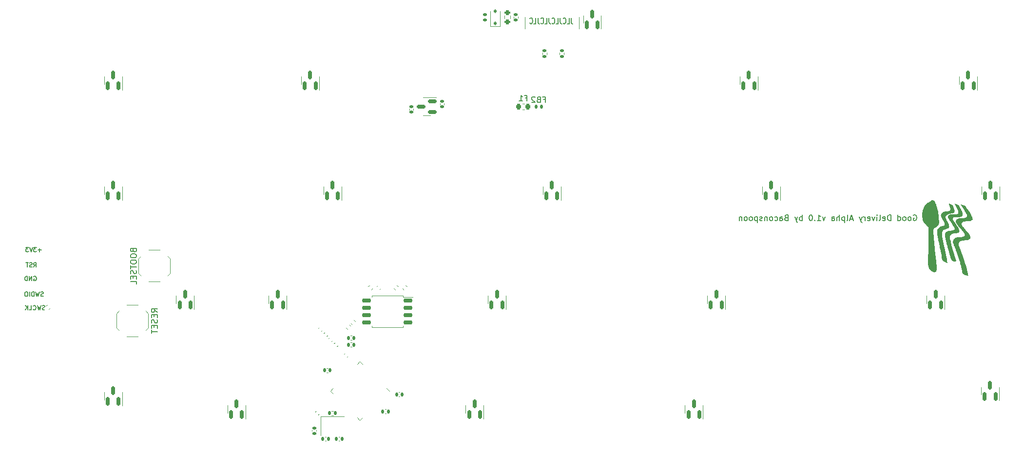
<source format=gbo>
%TF.GenerationSoftware,KiCad,Pcbnew,7.0.6*%
%TF.CreationDate,2023-10-22T23:34:03-04:00*%
%TF.ProjectId,good-delivery-alpha-stagger,676f6f64-2d64-4656-9c69-766572792d61,rev?*%
%TF.SameCoordinates,PX2d6b3a0PY7e9ae4e*%
%TF.FileFunction,Legend,Bot*%
%TF.FilePolarity,Positive*%
%FSLAX46Y46*%
G04 Gerber Fmt 4.6, Leading zero omitted, Abs format (unit mm)*
G04 Created by KiCad (PCBNEW 7.0.6) date 2023-10-22 23:34:03*
%MOMM*%
%LPD*%
G01*
G04 APERTURE LIST*
G04 Aperture macros list*
%AMRoundRect*
0 Rectangle with rounded corners*
0 $1 Rounding radius*
0 $2 $3 $4 $5 $6 $7 $8 $9 X,Y pos of 4 corners*
0 Add a 4 corners polygon primitive as box body*
4,1,4,$2,$3,$4,$5,$6,$7,$8,$9,$2,$3,0*
0 Add four circle primitives for the rounded corners*
1,1,$1+$1,$2,$3*
1,1,$1+$1,$4,$5*
1,1,$1+$1,$6,$7*
1,1,$1+$1,$8,$9*
0 Add four rect primitives between the rounded corners*
20,1,$1+$1,$2,$3,$4,$5,0*
20,1,$1+$1,$4,$5,$6,$7,0*
20,1,$1+$1,$6,$7,$8,$9,0*
20,1,$1+$1,$8,$9,$2,$3,0*%
%AMHorizOval*
0 Thick line with rounded ends*
0 $1 width*
0 $2 $3 position (X,Y) of the first rounded end (center of the circle)*
0 $4 $5 position (X,Y) of the second rounded end (center of the circle)*
0 Add line between two ends*
20,1,$1,$2,$3,$4,$5,0*
0 Add two circle primitives to create the rounded ends*
1,1,$1,$2,$3*
1,1,$1,$4,$5*%
%AMOutline5P*
0 Free polygon, 5 corners , with rotation*
0 The origin of the aperture is its center*
0 number of corners: always 5*
0 $1 to $10 corner X, Y*
0 $11 Rotation angle, in degrees counterclockwise*
0 create outline with 5 corners*
4,1,5,$1,$2,$3,$4,$5,$6,$7,$8,$9,$10,$1,$2,$11*%
%AMOutline6P*
0 Free polygon, 6 corners , with rotation*
0 The origin of the aperture is its center*
0 number of corners: always 6*
0 $1 to $12 corner X, Y*
0 $13 Rotation angle, in degrees counterclockwise*
0 create outline with 6 corners*
4,1,6,$1,$2,$3,$4,$5,$6,$7,$8,$9,$10,$11,$12,$1,$2,$13*%
%AMOutline7P*
0 Free polygon, 7 corners , with rotation*
0 The origin of the aperture is its center*
0 number of corners: always 7*
0 $1 to $14 corner X, Y*
0 $15 Rotation angle, in degrees counterclockwise*
0 create outline with 7 corners*
4,1,7,$1,$2,$3,$4,$5,$6,$7,$8,$9,$10,$11,$12,$13,$14,$1,$2,$15*%
%AMOutline8P*
0 Free polygon, 8 corners , with rotation*
0 The origin of the aperture is its center*
0 number of corners: always 8*
0 $1 to $16 corner X, Y*
0 $17 Rotation angle, in degrees counterclockwise*
0 create outline with 8 corners*
4,1,8,$1,$2,$3,$4,$5,$6,$7,$8,$9,$10,$11,$12,$13,$14,$15,$16,$1,$2,$17*%
G04 Aperture macros list end*
%ADD10C,0.150000*%
%ADD11C,0.153000*%
%ADD12C,0.120000*%
%ADD13C,1.750000*%
%ADD14C,3.000000*%
%ADD15C,3.987800*%
%ADD16R,2.550000X2.500000*%
%ADD17C,2.250000*%
%ADD18C,3.048000*%
%ADD19R,2.550000X2.250000*%
%ADD20HorizOval,2.250000X-0.020009X-0.290000X0.020009X0.290000X0*%
%ADD21HorizOval,2.250000X-0.655008X-0.729993X0.655008X0.729993X0*%
%ADD22Outline5P,-1.275000X1.250000X0.575000X1.250000X1.275000X0.550000X1.275000X-1.250000X-1.275000X-1.250000X0.000000*%
%ADD23R,1.700000X1.700000*%
%ADD24O,1.700000X1.700000*%
%ADD25RoundRect,0.135000X-0.226274X-0.035355X-0.035355X-0.226274X0.226274X0.035355X0.035355X0.226274X0*%
%ADD26RoundRect,0.135000X-0.185000X0.135000X-0.185000X-0.135000X0.185000X-0.135000X0.185000X0.135000X0*%
%ADD27RoundRect,0.140000X0.021213X-0.219203X0.219203X-0.021213X-0.021213X0.219203X-0.219203X0.021213X0*%
%ADD28C,0.650000*%
%ADD29R,0.600000X1.450000*%
%ADD30R,0.300000X1.450000*%
%ADD31O,1.000000X1.600000*%
%ADD32O,1.000000X2.100000*%
%ADD33RoundRect,0.140000X-0.170000X0.140000X-0.170000X-0.140000X0.170000X-0.140000X0.170000X0.140000X0*%
%ADD34RoundRect,0.150000X0.150000X-0.587500X0.150000X0.587500X-0.150000X0.587500X-0.150000X-0.587500X0*%
%ADD35RoundRect,0.140000X0.140000X0.170000X-0.140000X0.170000X-0.140000X-0.170000X0.140000X-0.170000X0*%
%ADD36RoundRect,0.150000X0.587500X0.150000X-0.587500X0.150000X-0.587500X-0.150000X0.587500X-0.150000X0*%
%ADD37RoundRect,0.200000X-0.275000X0.200000X-0.275000X-0.200000X0.275000X-0.200000X0.275000X0.200000X0*%
%ADD38RoundRect,0.218750X0.218750X0.256250X-0.218750X0.256250X-0.218750X-0.256250X0.218750X-0.256250X0*%
%ADD39RoundRect,0.140000X-0.140000X-0.170000X0.140000X-0.170000X0.140000X0.170000X-0.140000X0.170000X0*%
%ADD40RoundRect,0.140000X0.170000X-0.140000X0.170000X0.140000X-0.170000X0.140000X-0.170000X-0.140000X0*%
%ADD41RoundRect,0.050000X0.309359X-0.238649X-0.238649X0.309359X-0.309359X0.238649X0.238649X-0.309359X0*%
%ADD42RoundRect,0.050000X0.309359X0.238649X0.238649X0.309359X-0.309359X-0.238649X-0.238649X-0.309359X0*%
%ADD43RoundRect,0.144000X2.059095X0.000000X0.000000X2.059095X-2.059095X0.000000X0.000000X-2.059095X0*%
%ADD44RoundRect,0.135000X-0.035355X0.226274X-0.226274X0.035355X0.035355X-0.226274X0.226274X-0.035355X0*%
%ADD45R,1.000000X1.700000*%
%ADD46RoundRect,0.135000X0.035355X-0.226274X0.226274X-0.035355X-0.035355X0.226274X-0.226274X0.035355X0*%
%ADD47RoundRect,0.112500X0.112500X-0.187500X0.112500X0.187500X-0.112500X0.187500X-0.112500X-0.187500X0*%
%ADD48RoundRect,0.135000X-0.135000X-0.185000X0.135000X-0.185000X0.135000X0.185000X-0.135000X0.185000X0*%
%ADD49RoundRect,0.150000X0.650000X0.150000X-0.650000X0.150000X-0.650000X-0.150000X0.650000X-0.150000X0*%
%ADD50RoundRect,0.140000X-0.021213X0.219203X-0.219203X0.021213X0.021213X-0.219203X0.219203X-0.021213X0*%
%ADD51R,1.400000X1.200000*%
%ADD52RoundRect,0.147500X0.172500X-0.147500X0.172500X0.147500X-0.172500X0.147500X-0.172500X-0.147500X0*%
%ADD53RoundRect,0.147500X0.147500X0.172500X-0.147500X0.172500X-0.147500X-0.172500X0.147500X-0.172500X0*%
G04 APERTURE END LIST*
D10*
X6902226Y25733802D02*
X6795084Y25698088D01*
X6795084Y25698088D02*
X6616512Y25698088D01*
X6616512Y25698088D02*
X6545084Y25733802D01*
X6545084Y25733802D02*
X6509369Y25769517D01*
X6509369Y25769517D02*
X6473655Y25840945D01*
X6473655Y25840945D02*
X6473655Y25912374D01*
X6473655Y25912374D02*
X6509369Y25983802D01*
X6509369Y25983802D02*
X6545084Y26019517D01*
X6545084Y26019517D02*
X6616512Y26055231D01*
X6616512Y26055231D02*
X6759369Y26090945D01*
X6759369Y26090945D02*
X6830798Y26126660D01*
X6830798Y26126660D02*
X6866512Y26162374D01*
X6866512Y26162374D02*
X6902226Y26233802D01*
X6902226Y26233802D02*
X6902226Y26305231D01*
X6902226Y26305231D02*
X6866512Y26376660D01*
X6866512Y26376660D02*
X6830798Y26412374D01*
X6830798Y26412374D02*
X6759369Y26448088D01*
X6759369Y26448088D02*
X6580798Y26448088D01*
X6580798Y26448088D02*
X6473655Y26412374D01*
X6223655Y26448088D02*
X6045083Y25698088D01*
X6045083Y25698088D02*
X5902226Y26233802D01*
X5902226Y26233802D02*
X5759369Y25698088D01*
X5759369Y25698088D02*
X5580798Y26448088D01*
X5295083Y25698088D02*
X5295083Y26448088D01*
X5295083Y26448088D02*
X5116512Y26448088D01*
X5116512Y26448088D02*
X5009369Y26412374D01*
X5009369Y26412374D02*
X4937940Y26340945D01*
X4937940Y26340945D02*
X4902226Y26269517D01*
X4902226Y26269517D02*
X4866512Y26126660D01*
X4866512Y26126660D02*
X4866512Y26019517D01*
X4866512Y26019517D02*
X4902226Y25876660D01*
X4902226Y25876660D02*
X4937940Y25805231D01*
X4937940Y25805231D02*
X5009369Y25733802D01*
X5009369Y25733802D02*
X5116512Y25698088D01*
X5116512Y25698088D02*
X5295083Y25698088D01*
X4545083Y25698088D02*
X4545083Y26448088D01*
X4045083Y26448088D02*
X3902226Y26448088D01*
X3902226Y26448088D02*
X3830797Y26412374D01*
X3830797Y26412374D02*
X3759369Y26340945D01*
X3759369Y26340945D02*
X3723654Y26198088D01*
X3723654Y26198088D02*
X3723654Y25948088D01*
X3723654Y25948088D02*
X3759369Y25805231D01*
X3759369Y25805231D02*
X3830797Y25733802D01*
X3830797Y25733802D02*
X3902226Y25698088D01*
X3902226Y25698088D02*
X4045083Y25698088D01*
X4045083Y25698088D02*
X4116512Y25733802D01*
X4116512Y25733802D02*
X4187940Y25805231D01*
X4187940Y25805231D02*
X4223654Y25948088D01*
X4223654Y25948088D02*
X4223654Y26198088D01*
X4223654Y26198088D02*
X4187940Y26340945D01*
X4187940Y26340945D02*
X4116512Y26412374D01*
X4116512Y26412374D02*
X4045083Y26448088D01*
X6568855Y33722884D02*
X5997427Y33722884D01*
X6283141Y33437170D02*
X6283141Y34008599D01*
X5711713Y34187170D02*
X5247427Y34187170D01*
X5247427Y34187170D02*
X5497427Y33901456D01*
X5497427Y33901456D02*
X5390284Y33901456D01*
X5390284Y33901456D02*
X5318856Y33865742D01*
X5318856Y33865742D02*
X5283141Y33830027D01*
X5283141Y33830027D02*
X5247427Y33758599D01*
X5247427Y33758599D02*
X5247427Y33580027D01*
X5247427Y33580027D02*
X5283141Y33508599D01*
X5283141Y33508599D02*
X5318856Y33472884D01*
X5318856Y33472884D02*
X5390284Y33437170D01*
X5390284Y33437170D02*
X5604570Y33437170D01*
X5604570Y33437170D02*
X5675998Y33472884D01*
X5675998Y33472884D02*
X5711713Y33508599D01*
X5033141Y34187170D02*
X4783141Y33437170D01*
X4783141Y33437170D02*
X4533141Y34187170D01*
X4354570Y34187170D02*
X3890284Y34187170D01*
X3890284Y34187170D02*
X4140284Y33901456D01*
X4140284Y33901456D02*
X4033141Y33901456D01*
X4033141Y33901456D02*
X3961713Y33865742D01*
X3961713Y33865742D02*
X3925998Y33830027D01*
X3925998Y33830027D02*
X3890284Y33758599D01*
X3890284Y33758599D02*
X3890284Y33580027D01*
X3890284Y33580027D02*
X3925998Y33508599D01*
X3925998Y33508599D02*
X3961713Y33472884D01*
X3961713Y33472884D02*
X4033141Y33437170D01*
X4033141Y33437170D02*
X4247427Y33437170D01*
X4247427Y33437170D02*
X4318855Y33472884D01*
X4318855Y33472884D02*
X4354570Y33508599D01*
X5247313Y30758257D02*
X5497313Y31115400D01*
X5675884Y30758257D02*
X5675884Y31508257D01*
X5675884Y31508257D02*
X5390170Y31508257D01*
X5390170Y31508257D02*
X5318741Y31472543D01*
X5318741Y31472543D02*
X5283027Y31436829D01*
X5283027Y31436829D02*
X5247313Y31365400D01*
X5247313Y31365400D02*
X5247313Y31258257D01*
X5247313Y31258257D02*
X5283027Y31186829D01*
X5283027Y31186829D02*
X5318741Y31151114D01*
X5318741Y31151114D02*
X5390170Y31115400D01*
X5390170Y31115400D02*
X5675884Y31115400D01*
X4961598Y30793971D02*
X4854456Y30758257D01*
X4854456Y30758257D02*
X4675884Y30758257D01*
X4675884Y30758257D02*
X4604456Y30793971D01*
X4604456Y30793971D02*
X4568741Y30829686D01*
X4568741Y30829686D02*
X4533027Y30901114D01*
X4533027Y30901114D02*
X4533027Y30972543D01*
X4533027Y30972543D02*
X4568741Y31043971D01*
X4568741Y31043971D02*
X4604456Y31079686D01*
X4604456Y31079686D02*
X4675884Y31115400D01*
X4675884Y31115400D02*
X4818741Y31151114D01*
X4818741Y31151114D02*
X4890170Y31186829D01*
X4890170Y31186829D02*
X4925884Y31222543D01*
X4925884Y31222543D02*
X4961598Y31293971D01*
X4961598Y31293971D02*
X4961598Y31365400D01*
X4961598Y31365400D02*
X4925884Y31436829D01*
X4925884Y31436829D02*
X4890170Y31472543D01*
X4890170Y31472543D02*
X4818741Y31508257D01*
X4818741Y31508257D02*
X4640170Y31508257D01*
X4640170Y31508257D02*
X4533027Y31472543D01*
X4318741Y31508257D02*
X3890170Y31508257D01*
X4104455Y30758257D02*
X4104455Y31508257D01*
X5283027Y29091287D02*
X5354456Y29127001D01*
X5354456Y29127001D02*
X5461598Y29127001D01*
X5461598Y29127001D02*
X5568741Y29091287D01*
X5568741Y29091287D02*
X5640170Y29019858D01*
X5640170Y29019858D02*
X5675884Y28948430D01*
X5675884Y28948430D02*
X5711598Y28805573D01*
X5711598Y28805573D02*
X5711598Y28698430D01*
X5711598Y28698430D02*
X5675884Y28555573D01*
X5675884Y28555573D02*
X5640170Y28484144D01*
X5640170Y28484144D02*
X5568741Y28412715D01*
X5568741Y28412715D02*
X5461598Y28377001D01*
X5461598Y28377001D02*
X5390170Y28377001D01*
X5390170Y28377001D02*
X5283027Y28412715D01*
X5283027Y28412715D02*
X5247313Y28448430D01*
X5247313Y28448430D02*
X5247313Y28698430D01*
X5247313Y28698430D02*
X5390170Y28698430D01*
X4925884Y28377001D02*
X4925884Y29127001D01*
X4925884Y29127001D02*
X4497313Y28377001D01*
X4497313Y28377001D02*
X4497313Y29127001D01*
X4140170Y28377001D02*
X4140170Y29127001D01*
X4140170Y29127001D02*
X3961599Y29127001D01*
X3961599Y29127001D02*
X3854456Y29091287D01*
X3854456Y29091287D02*
X3783027Y29019858D01*
X3783027Y29019858D02*
X3747313Y28948430D01*
X3747313Y28948430D02*
X3711599Y28805573D01*
X3711599Y28805573D02*
X3711599Y28698430D01*
X3711599Y28698430D02*
X3747313Y28555573D01*
X3747313Y28555573D02*
X3783027Y28484144D01*
X3783027Y28484144D02*
X3854456Y28412715D01*
X3854456Y28412715D02*
X3961599Y28377001D01*
X3961599Y28377001D02*
X4140170Y28377001D01*
X7199883Y23352546D02*
X7092741Y23316832D01*
X7092741Y23316832D02*
X6914169Y23316832D01*
X6914169Y23316832D02*
X6842741Y23352546D01*
X6842741Y23352546D02*
X6807026Y23388261D01*
X6807026Y23388261D02*
X6771312Y23459689D01*
X6771312Y23459689D02*
X6771312Y23531118D01*
X6771312Y23531118D02*
X6807026Y23602546D01*
X6807026Y23602546D02*
X6842741Y23638261D01*
X6842741Y23638261D02*
X6914169Y23673975D01*
X6914169Y23673975D02*
X7057026Y23709689D01*
X7057026Y23709689D02*
X7128455Y23745404D01*
X7128455Y23745404D02*
X7164169Y23781118D01*
X7164169Y23781118D02*
X7199883Y23852546D01*
X7199883Y23852546D02*
X7199883Y23923975D01*
X7199883Y23923975D02*
X7164169Y23995404D01*
X7164169Y23995404D02*
X7128455Y24031118D01*
X7128455Y24031118D02*
X7057026Y24066832D01*
X7057026Y24066832D02*
X6878455Y24066832D01*
X6878455Y24066832D02*
X6771312Y24031118D01*
X6521312Y24066832D02*
X6342740Y23316832D01*
X6342740Y23316832D02*
X6199883Y23852546D01*
X6199883Y23852546D02*
X6057026Y23316832D01*
X6057026Y23316832D02*
X5878455Y24066832D01*
X5164169Y23388261D02*
X5199883Y23352546D01*
X5199883Y23352546D02*
X5307026Y23316832D01*
X5307026Y23316832D02*
X5378454Y23316832D01*
X5378454Y23316832D02*
X5485597Y23352546D01*
X5485597Y23352546D02*
X5557026Y23423975D01*
X5557026Y23423975D02*
X5592740Y23495404D01*
X5592740Y23495404D02*
X5628454Y23638261D01*
X5628454Y23638261D02*
X5628454Y23745404D01*
X5628454Y23745404D02*
X5592740Y23888261D01*
X5592740Y23888261D02*
X5557026Y23959689D01*
X5557026Y23959689D02*
X5485597Y24031118D01*
X5485597Y24031118D02*
X5378454Y24066832D01*
X5378454Y24066832D02*
X5307026Y24066832D01*
X5307026Y24066832D02*
X5199883Y24031118D01*
X5199883Y24031118D02*
X5164169Y23995404D01*
X4485597Y23316832D02*
X4842740Y23316832D01*
X4842740Y23316832D02*
X4842740Y24066832D01*
X4235597Y23316832D02*
X4235597Y24066832D01*
X3807026Y23316832D02*
X4128454Y23745404D01*
X3807026Y24066832D02*
X4235597Y23638261D01*
D11*
X98626266Y74056302D02*
X98626266Y73342017D01*
X98626266Y73342017D02*
X98661981Y73199160D01*
X98661981Y73199160D02*
X98733409Y73103921D01*
X98733409Y73103921D02*
X98840552Y73056302D01*
X98840552Y73056302D02*
X98911981Y73056302D01*
X97911980Y73056302D02*
X98269123Y73056302D01*
X98269123Y73056302D02*
X98269123Y74056302D01*
X97233409Y73151541D02*
X97269123Y73103921D01*
X97269123Y73103921D02*
X97376266Y73056302D01*
X97376266Y73056302D02*
X97447694Y73056302D01*
X97447694Y73056302D02*
X97554837Y73103921D01*
X97554837Y73103921D02*
X97626266Y73199160D01*
X97626266Y73199160D02*
X97661980Y73294398D01*
X97661980Y73294398D02*
X97697694Y73484874D01*
X97697694Y73484874D02*
X97697694Y73627731D01*
X97697694Y73627731D02*
X97661980Y73818207D01*
X97661980Y73818207D02*
X97626266Y73913445D01*
X97626266Y73913445D02*
X97554837Y74008683D01*
X97554837Y74008683D02*
X97447694Y74056302D01*
X97447694Y74056302D02*
X97376266Y74056302D01*
X97376266Y74056302D02*
X97269123Y74008683D01*
X97269123Y74008683D02*
X97233409Y73961064D01*
X96697694Y74056302D02*
X96697694Y73342017D01*
X96697694Y73342017D02*
X96733409Y73199160D01*
X96733409Y73199160D02*
X96804837Y73103921D01*
X96804837Y73103921D02*
X96911980Y73056302D01*
X96911980Y73056302D02*
X96983409Y73056302D01*
X95983408Y73056302D02*
X96340551Y73056302D01*
X96340551Y73056302D02*
X96340551Y74056302D01*
X95304837Y73151541D02*
X95340551Y73103921D01*
X95340551Y73103921D02*
X95447694Y73056302D01*
X95447694Y73056302D02*
X95519122Y73056302D01*
X95519122Y73056302D02*
X95626265Y73103921D01*
X95626265Y73103921D02*
X95697694Y73199160D01*
X95697694Y73199160D02*
X95733408Y73294398D01*
X95733408Y73294398D02*
X95769122Y73484874D01*
X95769122Y73484874D02*
X95769122Y73627731D01*
X95769122Y73627731D02*
X95733408Y73818207D01*
X95733408Y73818207D02*
X95697694Y73913445D01*
X95697694Y73913445D02*
X95626265Y74008683D01*
X95626265Y74008683D02*
X95519122Y74056302D01*
X95519122Y74056302D02*
X95447694Y74056302D01*
X95447694Y74056302D02*
X95340551Y74008683D01*
X95340551Y74008683D02*
X95304837Y73961064D01*
X94769122Y74056302D02*
X94769122Y73342017D01*
X94769122Y73342017D02*
X94804837Y73199160D01*
X94804837Y73199160D02*
X94876265Y73103921D01*
X94876265Y73103921D02*
X94983408Y73056302D01*
X94983408Y73056302D02*
X95054837Y73056302D01*
X94054836Y73056302D02*
X94411979Y73056302D01*
X94411979Y73056302D02*
X94411979Y74056302D01*
X93376265Y73151541D02*
X93411979Y73103921D01*
X93411979Y73103921D02*
X93519122Y73056302D01*
X93519122Y73056302D02*
X93590550Y73056302D01*
X93590550Y73056302D02*
X93697693Y73103921D01*
X93697693Y73103921D02*
X93769122Y73199160D01*
X93769122Y73199160D02*
X93804836Y73294398D01*
X93804836Y73294398D02*
X93840550Y73484874D01*
X93840550Y73484874D02*
X93840550Y73627731D01*
X93840550Y73627731D02*
X93804836Y73818207D01*
X93804836Y73818207D02*
X93769122Y73913445D01*
X93769122Y73913445D02*
X93697693Y74008683D01*
X93697693Y74008683D02*
X93590550Y74056302D01*
X93590550Y74056302D02*
X93519122Y74056302D01*
X93519122Y74056302D02*
X93411979Y74008683D01*
X93411979Y74008683D02*
X93376265Y73961064D01*
X92840550Y74056302D02*
X92840550Y73342017D01*
X92840550Y73342017D02*
X92876265Y73199160D01*
X92876265Y73199160D02*
X92947693Y73103921D01*
X92947693Y73103921D02*
X93054836Y73056302D01*
X93054836Y73056302D02*
X93126265Y73056302D01*
X92126264Y73056302D02*
X92483407Y73056302D01*
X92483407Y73056302D02*
X92483407Y74056302D01*
X91447693Y73151541D02*
X91483407Y73103921D01*
X91483407Y73103921D02*
X91590550Y73056302D01*
X91590550Y73056302D02*
X91661978Y73056302D01*
X91661978Y73056302D02*
X91769121Y73103921D01*
X91769121Y73103921D02*
X91840550Y73199160D01*
X91840550Y73199160D02*
X91876264Y73294398D01*
X91876264Y73294398D02*
X91911978Y73484874D01*
X91911978Y73484874D02*
X91911978Y73627731D01*
X91911978Y73627731D02*
X91876264Y73818207D01*
X91876264Y73818207D02*
X91840550Y73913445D01*
X91840550Y73913445D02*
X91769121Y74008683D01*
X91769121Y74008683D02*
X91661978Y74056302D01*
X91661978Y74056302D02*
X91590550Y74056302D01*
X91590550Y74056302D02*
X91483407Y74008683D01*
X91483407Y74008683D02*
X91447693Y73961064D01*
D10*
X158087902Y39778130D02*
X158183140Y39825749D01*
X158183140Y39825749D02*
X158325997Y39825749D01*
X158325997Y39825749D02*
X158468854Y39778130D01*
X158468854Y39778130D02*
X158564092Y39682892D01*
X158564092Y39682892D02*
X158611711Y39587654D01*
X158611711Y39587654D02*
X158659330Y39397178D01*
X158659330Y39397178D02*
X158659330Y39254321D01*
X158659330Y39254321D02*
X158611711Y39063845D01*
X158611711Y39063845D02*
X158564092Y38968607D01*
X158564092Y38968607D02*
X158468854Y38873368D01*
X158468854Y38873368D02*
X158325997Y38825749D01*
X158325997Y38825749D02*
X158230759Y38825749D01*
X158230759Y38825749D02*
X158087902Y38873368D01*
X158087902Y38873368D02*
X158040283Y38920988D01*
X158040283Y38920988D02*
X158040283Y39254321D01*
X158040283Y39254321D02*
X158230759Y39254321D01*
X157468854Y38825749D02*
X157564092Y38873368D01*
X157564092Y38873368D02*
X157611711Y38920988D01*
X157611711Y38920988D02*
X157659330Y39016226D01*
X157659330Y39016226D02*
X157659330Y39301940D01*
X157659330Y39301940D02*
X157611711Y39397178D01*
X157611711Y39397178D02*
X157564092Y39444797D01*
X157564092Y39444797D02*
X157468854Y39492416D01*
X157468854Y39492416D02*
X157325997Y39492416D01*
X157325997Y39492416D02*
X157230759Y39444797D01*
X157230759Y39444797D02*
X157183140Y39397178D01*
X157183140Y39397178D02*
X157135521Y39301940D01*
X157135521Y39301940D02*
X157135521Y39016226D01*
X157135521Y39016226D02*
X157183140Y38920988D01*
X157183140Y38920988D02*
X157230759Y38873368D01*
X157230759Y38873368D02*
X157325997Y38825749D01*
X157325997Y38825749D02*
X157468854Y38825749D01*
X156564092Y38825749D02*
X156659330Y38873368D01*
X156659330Y38873368D02*
X156706949Y38920988D01*
X156706949Y38920988D02*
X156754568Y39016226D01*
X156754568Y39016226D02*
X156754568Y39301940D01*
X156754568Y39301940D02*
X156706949Y39397178D01*
X156706949Y39397178D02*
X156659330Y39444797D01*
X156659330Y39444797D02*
X156564092Y39492416D01*
X156564092Y39492416D02*
X156421235Y39492416D01*
X156421235Y39492416D02*
X156325997Y39444797D01*
X156325997Y39444797D02*
X156278378Y39397178D01*
X156278378Y39397178D02*
X156230759Y39301940D01*
X156230759Y39301940D02*
X156230759Y39016226D01*
X156230759Y39016226D02*
X156278378Y38920988D01*
X156278378Y38920988D02*
X156325997Y38873368D01*
X156325997Y38873368D02*
X156421235Y38825749D01*
X156421235Y38825749D02*
X156564092Y38825749D01*
X155373616Y38825749D02*
X155373616Y39825749D01*
X155373616Y38873368D02*
X155468854Y38825749D01*
X155468854Y38825749D02*
X155659330Y38825749D01*
X155659330Y38825749D02*
X155754568Y38873368D01*
X155754568Y38873368D02*
X155802187Y38920988D01*
X155802187Y38920988D02*
X155849806Y39016226D01*
X155849806Y39016226D02*
X155849806Y39301940D01*
X155849806Y39301940D02*
X155802187Y39397178D01*
X155802187Y39397178D02*
X155754568Y39444797D01*
X155754568Y39444797D02*
X155659330Y39492416D01*
X155659330Y39492416D02*
X155468854Y39492416D01*
X155468854Y39492416D02*
X155373616Y39444797D01*
X154135520Y38825749D02*
X154135520Y39825749D01*
X154135520Y39825749D02*
X153897425Y39825749D01*
X153897425Y39825749D02*
X153754568Y39778130D01*
X153754568Y39778130D02*
X153659330Y39682892D01*
X153659330Y39682892D02*
X153611711Y39587654D01*
X153611711Y39587654D02*
X153564092Y39397178D01*
X153564092Y39397178D02*
X153564092Y39254321D01*
X153564092Y39254321D02*
X153611711Y39063845D01*
X153611711Y39063845D02*
X153659330Y38968607D01*
X153659330Y38968607D02*
X153754568Y38873368D01*
X153754568Y38873368D02*
X153897425Y38825749D01*
X153897425Y38825749D02*
X154135520Y38825749D01*
X152754568Y38873368D02*
X152849806Y38825749D01*
X152849806Y38825749D02*
X153040282Y38825749D01*
X153040282Y38825749D02*
X153135520Y38873368D01*
X153135520Y38873368D02*
X153183139Y38968607D01*
X153183139Y38968607D02*
X153183139Y39349559D01*
X153183139Y39349559D02*
X153135520Y39444797D01*
X153135520Y39444797D02*
X153040282Y39492416D01*
X153040282Y39492416D02*
X152849806Y39492416D01*
X152849806Y39492416D02*
X152754568Y39444797D01*
X152754568Y39444797D02*
X152706949Y39349559D01*
X152706949Y39349559D02*
X152706949Y39254321D01*
X152706949Y39254321D02*
X153183139Y39159083D01*
X152135520Y38825749D02*
X152230758Y38873368D01*
X152230758Y38873368D02*
X152278377Y38968607D01*
X152278377Y38968607D02*
X152278377Y39825749D01*
X151754567Y38825749D02*
X151754567Y39492416D01*
X151754567Y39825749D02*
X151802186Y39778130D01*
X151802186Y39778130D02*
X151754567Y39730511D01*
X151754567Y39730511D02*
X151706948Y39778130D01*
X151706948Y39778130D02*
X151754567Y39825749D01*
X151754567Y39825749D02*
X151754567Y39730511D01*
X151373615Y39492416D02*
X151135520Y38825749D01*
X151135520Y38825749D02*
X150897425Y39492416D01*
X150135520Y38873368D02*
X150230758Y38825749D01*
X150230758Y38825749D02*
X150421234Y38825749D01*
X150421234Y38825749D02*
X150516472Y38873368D01*
X150516472Y38873368D02*
X150564091Y38968607D01*
X150564091Y38968607D02*
X150564091Y39349559D01*
X150564091Y39349559D02*
X150516472Y39444797D01*
X150516472Y39444797D02*
X150421234Y39492416D01*
X150421234Y39492416D02*
X150230758Y39492416D01*
X150230758Y39492416D02*
X150135520Y39444797D01*
X150135520Y39444797D02*
X150087901Y39349559D01*
X150087901Y39349559D02*
X150087901Y39254321D01*
X150087901Y39254321D02*
X150564091Y39159083D01*
X149659329Y38825749D02*
X149659329Y39492416D01*
X149659329Y39301940D02*
X149611710Y39397178D01*
X149611710Y39397178D02*
X149564091Y39444797D01*
X149564091Y39444797D02*
X149468853Y39492416D01*
X149468853Y39492416D02*
X149373615Y39492416D01*
X149135519Y39492416D02*
X148897424Y38825749D01*
X148659329Y39492416D02*
X148897424Y38825749D01*
X148897424Y38825749D02*
X148992662Y38587654D01*
X148992662Y38587654D02*
X149040281Y38540035D01*
X149040281Y38540035D02*
X149135519Y38492416D01*
X147564090Y39111464D02*
X147087900Y39111464D01*
X147659328Y38825749D02*
X147325995Y39825749D01*
X147325995Y39825749D02*
X146992662Y38825749D01*
X146516471Y38825749D02*
X146611709Y38873368D01*
X146611709Y38873368D02*
X146659328Y38968607D01*
X146659328Y38968607D02*
X146659328Y39825749D01*
X146135518Y39492416D02*
X146135518Y38492416D01*
X146135518Y39444797D02*
X146040280Y39492416D01*
X146040280Y39492416D02*
X145849804Y39492416D01*
X145849804Y39492416D02*
X145754566Y39444797D01*
X145754566Y39444797D02*
X145706947Y39397178D01*
X145706947Y39397178D02*
X145659328Y39301940D01*
X145659328Y39301940D02*
X145659328Y39016226D01*
X145659328Y39016226D02*
X145706947Y38920988D01*
X145706947Y38920988D02*
X145754566Y38873368D01*
X145754566Y38873368D02*
X145849804Y38825749D01*
X145849804Y38825749D02*
X146040280Y38825749D01*
X146040280Y38825749D02*
X146135518Y38873368D01*
X145230756Y38825749D02*
X145230756Y39825749D01*
X144802185Y38825749D02*
X144802185Y39349559D01*
X144802185Y39349559D02*
X144849804Y39444797D01*
X144849804Y39444797D02*
X144945042Y39492416D01*
X144945042Y39492416D02*
X145087899Y39492416D01*
X145087899Y39492416D02*
X145183137Y39444797D01*
X145183137Y39444797D02*
X145230756Y39397178D01*
X143897423Y38825749D02*
X143897423Y39349559D01*
X143897423Y39349559D02*
X143945042Y39444797D01*
X143945042Y39444797D02*
X144040280Y39492416D01*
X144040280Y39492416D02*
X144230756Y39492416D01*
X144230756Y39492416D02*
X144325994Y39444797D01*
X143897423Y38873368D02*
X143992661Y38825749D01*
X143992661Y38825749D02*
X144230756Y38825749D01*
X144230756Y38825749D02*
X144325994Y38873368D01*
X144325994Y38873368D02*
X144373613Y38968607D01*
X144373613Y38968607D02*
X144373613Y39063845D01*
X144373613Y39063845D02*
X144325994Y39159083D01*
X144325994Y39159083D02*
X144230756Y39206702D01*
X144230756Y39206702D02*
X143992661Y39206702D01*
X143992661Y39206702D02*
X143897423Y39254321D01*
X142754565Y39492416D02*
X142516470Y38825749D01*
X142516470Y38825749D02*
X142278375Y39492416D01*
X141373613Y38825749D02*
X141945041Y38825749D01*
X141659327Y38825749D02*
X141659327Y39825749D01*
X141659327Y39825749D02*
X141754565Y39682892D01*
X141754565Y39682892D02*
X141849803Y39587654D01*
X141849803Y39587654D02*
X141945041Y39540035D01*
X140945041Y38920988D02*
X140897422Y38873368D01*
X140897422Y38873368D02*
X140945041Y38825749D01*
X140945041Y38825749D02*
X140992660Y38873368D01*
X140992660Y38873368D02*
X140945041Y38920988D01*
X140945041Y38920988D02*
X140945041Y38825749D01*
X140278375Y39825749D02*
X140183137Y39825749D01*
X140183137Y39825749D02*
X140087899Y39778130D01*
X140087899Y39778130D02*
X140040280Y39730511D01*
X140040280Y39730511D02*
X139992661Y39635273D01*
X139992661Y39635273D02*
X139945042Y39444797D01*
X139945042Y39444797D02*
X139945042Y39206702D01*
X139945042Y39206702D02*
X139992661Y39016226D01*
X139992661Y39016226D02*
X140040280Y38920988D01*
X140040280Y38920988D02*
X140087899Y38873368D01*
X140087899Y38873368D02*
X140183137Y38825749D01*
X140183137Y38825749D02*
X140278375Y38825749D01*
X140278375Y38825749D02*
X140373613Y38873368D01*
X140373613Y38873368D02*
X140421232Y38920988D01*
X140421232Y38920988D02*
X140468851Y39016226D01*
X140468851Y39016226D02*
X140516470Y39206702D01*
X140516470Y39206702D02*
X140516470Y39444797D01*
X140516470Y39444797D02*
X140468851Y39635273D01*
X140468851Y39635273D02*
X140421232Y39730511D01*
X140421232Y39730511D02*
X140373613Y39778130D01*
X140373613Y39778130D02*
X140278375Y39825749D01*
X138754565Y38825749D02*
X138754565Y39825749D01*
X138754565Y39444797D02*
X138659327Y39492416D01*
X138659327Y39492416D02*
X138468851Y39492416D01*
X138468851Y39492416D02*
X138373613Y39444797D01*
X138373613Y39444797D02*
X138325994Y39397178D01*
X138325994Y39397178D02*
X138278375Y39301940D01*
X138278375Y39301940D02*
X138278375Y39016226D01*
X138278375Y39016226D02*
X138325994Y38920988D01*
X138325994Y38920988D02*
X138373613Y38873368D01*
X138373613Y38873368D02*
X138468851Y38825749D01*
X138468851Y38825749D02*
X138659327Y38825749D01*
X138659327Y38825749D02*
X138754565Y38873368D01*
X137945041Y39492416D02*
X137706946Y38825749D01*
X137468851Y39492416D02*
X137706946Y38825749D01*
X137706946Y38825749D02*
X137802184Y38587654D01*
X137802184Y38587654D02*
X137849803Y38540035D01*
X137849803Y38540035D02*
X137945041Y38492416D01*
X135992660Y39349559D02*
X135849803Y39301940D01*
X135849803Y39301940D02*
X135802184Y39254321D01*
X135802184Y39254321D02*
X135754565Y39159083D01*
X135754565Y39159083D02*
X135754565Y39016226D01*
X135754565Y39016226D02*
X135802184Y38920988D01*
X135802184Y38920988D02*
X135849803Y38873368D01*
X135849803Y38873368D02*
X135945041Y38825749D01*
X135945041Y38825749D02*
X136325993Y38825749D01*
X136325993Y38825749D02*
X136325993Y39825749D01*
X136325993Y39825749D02*
X135992660Y39825749D01*
X135992660Y39825749D02*
X135897422Y39778130D01*
X135897422Y39778130D02*
X135849803Y39730511D01*
X135849803Y39730511D02*
X135802184Y39635273D01*
X135802184Y39635273D02*
X135802184Y39540035D01*
X135802184Y39540035D02*
X135849803Y39444797D01*
X135849803Y39444797D02*
X135897422Y39397178D01*
X135897422Y39397178D02*
X135992660Y39349559D01*
X135992660Y39349559D02*
X136325993Y39349559D01*
X134897422Y38825749D02*
X134897422Y39349559D01*
X134897422Y39349559D02*
X134945041Y39444797D01*
X134945041Y39444797D02*
X135040279Y39492416D01*
X135040279Y39492416D02*
X135230755Y39492416D01*
X135230755Y39492416D02*
X135325993Y39444797D01*
X134897422Y38873368D02*
X134992660Y38825749D01*
X134992660Y38825749D02*
X135230755Y38825749D01*
X135230755Y38825749D02*
X135325993Y38873368D01*
X135325993Y38873368D02*
X135373612Y38968607D01*
X135373612Y38968607D02*
X135373612Y39063845D01*
X135373612Y39063845D02*
X135325993Y39159083D01*
X135325993Y39159083D02*
X135230755Y39206702D01*
X135230755Y39206702D02*
X134992660Y39206702D01*
X134992660Y39206702D02*
X134897422Y39254321D01*
X133992660Y38873368D02*
X134087898Y38825749D01*
X134087898Y38825749D02*
X134278374Y38825749D01*
X134278374Y38825749D02*
X134373612Y38873368D01*
X134373612Y38873368D02*
X134421231Y38920988D01*
X134421231Y38920988D02*
X134468850Y39016226D01*
X134468850Y39016226D02*
X134468850Y39301940D01*
X134468850Y39301940D02*
X134421231Y39397178D01*
X134421231Y39397178D02*
X134373612Y39444797D01*
X134373612Y39444797D02*
X134278374Y39492416D01*
X134278374Y39492416D02*
X134087898Y39492416D01*
X134087898Y39492416D02*
X133992660Y39444797D01*
X133421231Y38825749D02*
X133516469Y38873368D01*
X133516469Y38873368D02*
X133564088Y38920988D01*
X133564088Y38920988D02*
X133611707Y39016226D01*
X133611707Y39016226D02*
X133611707Y39301940D01*
X133611707Y39301940D02*
X133564088Y39397178D01*
X133564088Y39397178D02*
X133516469Y39444797D01*
X133516469Y39444797D02*
X133421231Y39492416D01*
X133421231Y39492416D02*
X133278374Y39492416D01*
X133278374Y39492416D02*
X133183136Y39444797D01*
X133183136Y39444797D02*
X133135517Y39397178D01*
X133135517Y39397178D02*
X133087898Y39301940D01*
X133087898Y39301940D02*
X133087898Y39016226D01*
X133087898Y39016226D02*
X133135517Y38920988D01*
X133135517Y38920988D02*
X133183136Y38873368D01*
X133183136Y38873368D02*
X133278374Y38825749D01*
X133278374Y38825749D02*
X133421231Y38825749D01*
X132659326Y39492416D02*
X132659326Y38825749D01*
X132659326Y39397178D02*
X132611707Y39444797D01*
X132611707Y39444797D02*
X132516469Y39492416D01*
X132516469Y39492416D02*
X132373612Y39492416D01*
X132373612Y39492416D02*
X132278374Y39444797D01*
X132278374Y39444797D02*
X132230755Y39349559D01*
X132230755Y39349559D02*
X132230755Y38825749D01*
X131802183Y38873368D02*
X131706945Y38825749D01*
X131706945Y38825749D02*
X131516469Y38825749D01*
X131516469Y38825749D02*
X131421231Y38873368D01*
X131421231Y38873368D02*
X131373612Y38968607D01*
X131373612Y38968607D02*
X131373612Y39016226D01*
X131373612Y39016226D02*
X131421231Y39111464D01*
X131421231Y39111464D02*
X131516469Y39159083D01*
X131516469Y39159083D02*
X131659326Y39159083D01*
X131659326Y39159083D02*
X131754564Y39206702D01*
X131754564Y39206702D02*
X131802183Y39301940D01*
X131802183Y39301940D02*
X131802183Y39349559D01*
X131802183Y39349559D02*
X131754564Y39444797D01*
X131754564Y39444797D02*
X131659326Y39492416D01*
X131659326Y39492416D02*
X131516469Y39492416D01*
X131516469Y39492416D02*
X131421231Y39444797D01*
X130945040Y39492416D02*
X130945040Y38492416D01*
X130945040Y39444797D02*
X130849802Y39492416D01*
X130849802Y39492416D02*
X130659326Y39492416D01*
X130659326Y39492416D02*
X130564088Y39444797D01*
X130564088Y39444797D02*
X130516469Y39397178D01*
X130516469Y39397178D02*
X130468850Y39301940D01*
X130468850Y39301940D02*
X130468850Y39016226D01*
X130468850Y39016226D02*
X130516469Y38920988D01*
X130516469Y38920988D02*
X130564088Y38873368D01*
X130564088Y38873368D02*
X130659326Y38825749D01*
X130659326Y38825749D02*
X130849802Y38825749D01*
X130849802Y38825749D02*
X130945040Y38873368D01*
X129897421Y38825749D02*
X129992659Y38873368D01*
X129992659Y38873368D02*
X130040278Y38920988D01*
X130040278Y38920988D02*
X130087897Y39016226D01*
X130087897Y39016226D02*
X130087897Y39301940D01*
X130087897Y39301940D02*
X130040278Y39397178D01*
X130040278Y39397178D02*
X129992659Y39444797D01*
X129992659Y39444797D02*
X129897421Y39492416D01*
X129897421Y39492416D02*
X129754564Y39492416D01*
X129754564Y39492416D02*
X129659326Y39444797D01*
X129659326Y39444797D02*
X129611707Y39397178D01*
X129611707Y39397178D02*
X129564088Y39301940D01*
X129564088Y39301940D02*
X129564088Y39016226D01*
X129564088Y39016226D02*
X129611707Y38920988D01*
X129611707Y38920988D02*
X129659326Y38873368D01*
X129659326Y38873368D02*
X129754564Y38825749D01*
X129754564Y38825749D02*
X129897421Y38825749D01*
X128992659Y38825749D02*
X129087897Y38873368D01*
X129087897Y38873368D02*
X129135516Y38920988D01*
X129135516Y38920988D02*
X129183135Y39016226D01*
X129183135Y39016226D02*
X129183135Y39301940D01*
X129183135Y39301940D02*
X129135516Y39397178D01*
X129135516Y39397178D02*
X129087897Y39444797D01*
X129087897Y39444797D02*
X128992659Y39492416D01*
X128992659Y39492416D02*
X128849802Y39492416D01*
X128849802Y39492416D02*
X128754564Y39444797D01*
X128754564Y39444797D02*
X128706945Y39397178D01*
X128706945Y39397178D02*
X128659326Y39301940D01*
X128659326Y39301940D02*
X128659326Y39016226D01*
X128659326Y39016226D02*
X128706945Y38920988D01*
X128706945Y38920988D02*
X128754564Y38873368D01*
X128754564Y38873368D02*
X128849802Y38825749D01*
X128849802Y38825749D02*
X128992659Y38825749D01*
X128230754Y39492416D02*
X128230754Y38825749D01*
X128230754Y39397178D02*
X128183135Y39444797D01*
X128183135Y39444797D02*
X128087897Y39492416D01*
X128087897Y39492416D02*
X127945040Y39492416D01*
X127945040Y39492416D02*
X127849802Y39444797D01*
X127849802Y39444797D02*
X127802183Y39349559D01*
X127802183Y39349559D02*
X127802183Y38825749D01*
X90633718Y60137420D02*
X90967051Y60137420D01*
X90967051Y59613610D02*
X90967051Y60613610D01*
X90967051Y60613610D02*
X90490861Y60613610D01*
X89586099Y59613610D02*
X90157527Y59613610D01*
X89871813Y59613610D02*
X89871813Y60613610D01*
X89871813Y60613610D02*
X89967051Y60470753D01*
X89967051Y60470753D02*
X90062289Y60375515D01*
X90062289Y60375515D02*
X90157527Y60327896D01*
X22552823Y33646976D02*
X22600442Y33504119D01*
X22600442Y33504119D02*
X22648061Y33456500D01*
X22648061Y33456500D02*
X22743299Y33408881D01*
X22743299Y33408881D02*
X22886156Y33408881D01*
X22886156Y33408881D02*
X22981394Y33456500D01*
X22981394Y33456500D02*
X23029014Y33504119D01*
X23029014Y33504119D02*
X23076633Y33599357D01*
X23076633Y33599357D02*
X23076633Y33980309D01*
X23076633Y33980309D02*
X22076633Y33980309D01*
X22076633Y33980309D02*
X22076633Y33646976D01*
X22076633Y33646976D02*
X22124252Y33551738D01*
X22124252Y33551738D02*
X22171871Y33504119D01*
X22171871Y33504119D02*
X22267109Y33456500D01*
X22267109Y33456500D02*
X22362347Y33456500D01*
X22362347Y33456500D02*
X22457585Y33504119D01*
X22457585Y33504119D02*
X22505204Y33551738D01*
X22505204Y33551738D02*
X22552823Y33646976D01*
X22552823Y33646976D02*
X22552823Y33980309D01*
X22076633Y32789833D02*
X22076633Y32599357D01*
X22076633Y32599357D02*
X22124252Y32504119D01*
X22124252Y32504119D02*
X22219490Y32408881D01*
X22219490Y32408881D02*
X22409966Y32361262D01*
X22409966Y32361262D02*
X22743299Y32361262D01*
X22743299Y32361262D02*
X22933775Y32408881D01*
X22933775Y32408881D02*
X23029014Y32504119D01*
X23029014Y32504119D02*
X23076633Y32599357D01*
X23076633Y32599357D02*
X23076633Y32789833D01*
X23076633Y32789833D02*
X23029014Y32885071D01*
X23029014Y32885071D02*
X22933775Y32980309D01*
X22933775Y32980309D02*
X22743299Y33027928D01*
X22743299Y33027928D02*
X22409966Y33027928D01*
X22409966Y33027928D02*
X22219490Y32980309D01*
X22219490Y32980309D02*
X22124252Y32885071D01*
X22124252Y32885071D02*
X22076633Y32789833D01*
X22076633Y31742214D02*
X22076633Y31551738D01*
X22076633Y31551738D02*
X22124252Y31456500D01*
X22124252Y31456500D02*
X22219490Y31361262D01*
X22219490Y31361262D02*
X22409966Y31313643D01*
X22409966Y31313643D02*
X22743299Y31313643D01*
X22743299Y31313643D02*
X22933775Y31361262D01*
X22933775Y31361262D02*
X23029014Y31456500D01*
X23029014Y31456500D02*
X23076633Y31551738D01*
X23076633Y31551738D02*
X23076633Y31742214D01*
X23076633Y31742214D02*
X23029014Y31837452D01*
X23029014Y31837452D02*
X22933775Y31932690D01*
X22933775Y31932690D02*
X22743299Y31980309D01*
X22743299Y31980309D02*
X22409966Y31980309D01*
X22409966Y31980309D02*
X22219490Y31932690D01*
X22219490Y31932690D02*
X22124252Y31837452D01*
X22124252Y31837452D02*
X22076633Y31742214D01*
X22076633Y31027928D02*
X22076633Y30456500D01*
X23076633Y30742214D02*
X22076633Y30742214D01*
X23029014Y30170785D02*
X23076633Y30027928D01*
X23076633Y30027928D02*
X23076633Y29789833D01*
X23076633Y29789833D02*
X23029014Y29694595D01*
X23029014Y29694595D02*
X22981394Y29646976D01*
X22981394Y29646976D02*
X22886156Y29599357D01*
X22886156Y29599357D02*
X22790918Y29599357D01*
X22790918Y29599357D02*
X22695680Y29646976D01*
X22695680Y29646976D02*
X22648061Y29694595D01*
X22648061Y29694595D02*
X22600442Y29789833D01*
X22600442Y29789833D02*
X22552823Y29980309D01*
X22552823Y29980309D02*
X22505204Y30075547D01*
X22505204Y30075547D02*
X22457585Y30123166D01*
X22457585Y30123166D02*
X22362347Y30170785D01*
X22362347Y30170785D02*
X22267109Y30170785D01*
X22267109Y30170785D02*
X22171871Y30123166D01*
X22171871Y30123166D02*
X22124252Y30075547D01*
X22124252Y30075547D02*
X22076633Y29980309D01*
X22076633Y29980309D02*
X22076633Y29742214D01*
X22076633Y29742214D02*
X22124252Y29599357D01*
X22552823Y29170785D02*
X22552823Y28837452D01*
X23076633Y28694595D02*
X23076633Y29170785D01*
X23076633Y29170785D02*
X22076633Y29170785D01*
X22076633Y29170785D02*
X22076633Y28694595D01*
X23076633Y27789833D02*
X23076633Y28266023D01*
X23076633Y28266023D02*
X22076633Y28266023D01*
X26718052Y22883873D02*
X26241861Y23217206D01*
X26718052Y23455301D02*
X25718052Y23455301D01*
X25718052Y23455301D02*
X25718052Y23074349D01*
X25718052Y23074349D02*
X25765671Y22979111D01*
X25765671Y22979111D02*
X25813290Y22931492D01*
X25813290Y22931492D02*
X25908528Y22883873D01*
X25908528Y22883873D02*
X26051385Y22883873D01*
X26051385Y22883873D02*
X26146623Y22931492D01*
X26146623Y22931492D02*
X26194242Y22979111D01*
X26194242Y22979111D02*
X26241861Y23074349D01*
X26241861Y23074349D02*
X26241861Y23455301D01*
X26194242Y22455301D02*
X26194242Y22121968D01*
X26718052Y21979111D02*
X26718052Y22455301D01*
X26718052Y22455301D02*
X25718052Y22455301D01*
X25718052Y22455301D02*
X25718052Y21979111D01*
X26670433Y21598158D02*
X26718052Y21455301D01*
X26718052Y21455301D02*
X26718052Y21217206D01*
X26718052Y21217206D02*
X26670433Y21121968D01*
X26670433Y21121968D02*
X26622813Y21074349D01*
X26622813Y21074349D02*
X26527575Y21026730D01*
X26527575Y21026730D02*
X26432337Y21026730D01*
X26432337Y21026730D02*
X26337099Y21074349D01*
X26337099Y21074349D02*
X26289480Y21121968D01*
X26289480Y21121968D02*
X26241861Y21217206D01*
X26241861Y21217206D02*
X26194242Y21407682D01*
X26194242Y21407682D02*
X26146623Y21502920D01*
X26146623Y21502920D02*
X26099004Y21550539D01*
X26099004Y21550539D02*
X26003766Y21598158D01*
X26003766Y21598158D02*
X25908528Y21598158D01*
X25908528Y21598158D02*
X25813290Y21550539D01*
X25813290Y21550539D02*
X25765671Y21502920D01*
X25765671Y21502920D02*
X25718052Y21407682D01*
X25718052Y21407682D02*
X25718052Y21169587D01*
X25718052Y21169587D02*
X25765671Y21026730D01*
X26194242Y20598158D02*
X26194242Y20264825D01*
X26718052Y20121968D02*
X26718052Y20598158D01*
X26718052Y20598158D02*
X25718052Y20598158D01*
X25718052Y20598158D02*
X25718052Y20121968D01*
X25718052Y19836253D02*
X25718052Y19264825D01*
X26718052Y19550539D02*
X25718052Y19550539D01*
X93812631Y59877420D02*
X94145964Y59877420D01*
X94145964Y59353610D02*
X94145964Y60353610D01*
X94145964Y60353610D02*
X93669774Y60353610D01*
X92955488Y59877420D02*
X92812631Y59829801D01*
X92812631Y59829801D02*
X92765012Y59782182D01*
X92765012Y59782182D02*
X92717393Y59686944D01*
X92717393Y59686944D02*
X92717393Y59544087D01*
X92717393Y59544087D02*
X92765012Y59448849D01*
X92765012Y59448849D02*
X92812631Y59401229D01*
X92812631Y59401229D02*
X92907869Y59353610D01*
X92907869Y59353610D02*
X93288821Y59353610D01*
X93288821Y59353610D02*
X93288821Y60353610D01*
X93288821Y60353610D02*
X92955488Y60353610D01*
X92955488Y60353610D02*
X92860250Y60305991D01*
X92860250Y60305991D02*
X92812631Y60258372D01*
X92812631Y60258372D02*
X92765012Y60163134D01*
X92765012Y60163134D02*
X92765012Y60067896D01*
X92765012Y60067896D02*
X92812631Y59972658D01*
X92812631Y59972658D02*
X92860250Y59925039D01*
X92860250Y59925039D02*
X92955488Y59877420D01*
X92955488Y59877420D02*
X93288821Y59877420D01*
X92336440Y60258372D02*
X92288821Y60305991D01*
X92288821Y60305991D02*
X92193583Y60353610D01*
X92193583Y60353610D02*
X91955488Y60353610D01*
X91955488Y60353610D02*
X91860250Y60305991D01*
X91860250Y60305991D02*
X91812631Y60258372D01*
X91812631Y60258372D02*
X91765012Y60163134D01*
X91765012Y60163134D02*
X91765012Y60067896D01*
X91765012Y60067896D02*
X91812631Y59925039D01*
X91812631Y59925039D02*
X92384059Y59353610D01*
X92384059Y59353610D02*
X91765012Y59353610D01*
D12*
%TO.C,R_DATA1*%
X60881906Y21510988D02*
X61099187Y21293707D01*
X60344505Y20973587D02*
X60561786Y20756306D01*
%TO.C,R2*%
X94380240Y67993495D02*
X94380240Y67686213D01*
X93620240Y67993495D02*
X93620240Y67686213D01*
%TO.C,C_3V-Decoup5*%
X56479749Y18335575D02*
X56632252Y18488078D01*
X56988866Y17826458D02*
X57141369Y17978961D01*
%TO.C,J3*%
X90550240Y72216593D02*
X90550240Y74216593D01*
X99950240Y72216593D02*
X99950240Y74216593D01*
%TO.C,C_3V-Decoup8*%
X54340024Y2416749D02*
X54340024Y2201077D01*
X53620024Y2416749D02*
X53620024Y2201077D01*
%TO.C,D8*%
X38921352Y6037668D02*
X38921352Y5387668D01*
X38921352Y6037668D02*
X38921352Y6687668D01*
X42041352Y6037668D02*
X42041352Y4362668D01*
X42041352Y6037668D02*
X42041352Y6687668D01*
%TO.C,C_1V-Decoup1*%
X60532207Y16904106D02*
X60316535Y16904106D01*
X60532207Y17624106D02*
X60316535Y17624106D01*
%TO.C,D1*%
X17489936Y63187764D02*
X17489936Y62537764D01*
X17489936Y63187764D02*
X17489936Y63837764D01*
X20609936Y63187764D02*
X20609936Y61512764D01*
X20609936Y63187764D02*
X20609936Y63837764D01*
%TO.C,C_3V-Decoup4*%
X57414471Y17442607D02*
X57566974Y17595110D01*
X57923588Y16933490D02*
X58076091Y17085993D01*
%TO.C,C1*%
X89359443Y74292400D02*
X89359443Y74076728D01*
X88639443Y74292400D02*
X88639443Y74076728D01*
%TO.C,U3*%
X73521279Y57078429D02*
X74171279Y57078429D01*
X73521279Y57078429D02*
X72871279Y57078429D01*
X73521279Y60198429D02*
X75196279Y60198429D01*
X73521279Y60198429D02*
X72871279Y60198429D01*
%TO.C,D17*%
X166021047Y63187764D02*
X166021047Y62537764D01*
X166021047Y63187764D02*
X166021047Y63837764D01*
X169141047Y63187764D02*
X169141047Y61512764D01*
X169141047Y63187764D02*
X169141047Y63837764D01*
%TO.C,R_Flash3*%
X69839728Y27569000D02*
X70057009Y27351719D01*
X69302327Y27031599D02*
X69519608Y26814318D01*
%TO.C,D11*%
X84164992Y25087668D02*
X84164992Y24437668D01*
X84164992Y25087668D02*
X84164992Y25737668D01*
X87284992Y25087668D02*
X87284992Y23412668D01*
X87284992Y25087668D02*
X87284992Y25737668D01*
%TO.C,R1*%
X88033658Y74421822D02*
X88033658Y73947306D01*
X86988658Y74421822D02*
X86988658Y73947306D01*
%TO.C,D20*%
X169833403Y9227367D02*
X169833403Y8577367D01*
X169833403Y9227367D02*
X169833403Y9877367D01*
X172953403Y9227367D02*
X172953403Y7552367D01*
X172953403Y9227367D02*
X172953403Y9877367D01*
%TO.C,D18*%
X169890064Y44053385D02*
X169890064Y43403385D01*
X169890064Y44053385D02*
X169890064Y44703385D01*
X173010064Y44053385D02*
X173010064Y42378385D01*
X173010064Y44053385D02*
X173010064Y44703385D01*
%TO.C,F1*%
X90463164Y58128429D02*
X90137606Y58128429D01*
X90463164Y59148429D02*
X90137606Y59148429D01*
%TO.C,C_3V-Decoup6*%
X68650931Y8992053D02*
X68866603Y8992053D01*
X68650931Y8272053D02*
X68866603Y8272053D01*
%TO.C,C_Flash1*%
X64884003Y27369966D02*
X65036506Y27522469D01*
X65393120Y26860849D02*
X65545623Y27013352D01*
%TO.C,C_LD2*%
X70482366Y58060593D02*
X70482366Y58276265D01*
X71202366Y58060593D02*
X71202366Y58276265D01*
%TO.C,D6*%
X55589968Y44053385D02*
X55589968Y43403385D01*
X55589968Y44053385D02*
X55589968Y44703385D01*
X58709968Y44053385D02*
X58709968Y42378385D01*
X58709968Y44053385D02*
X58709968Y44703385D01*
%TO.C,U1*%
X61912656Y4122056D02*
X62372275Y4581675D01*
X61453037Y4581675D02*
X61912656Y4122056D01*
X66558348Y9686986D02*
X67017967Y9227367D01*
X57266964Y8767748D02*
X56807345Y9227367D01*
X62372275Y13873059D02*
X61912656Y14332678D01*
X56807345Y9227367D02*
X57266964Y9686986D01*
X61912656Y14332678D02*
X61453037Y13873059D01*
%TO.C,C_3V-Decoup9*%
X66269675Y6015483D02*
X66485347Y6015483D01*
X66269675Y5295483D02*
X66485347Y5295483D01*
%TO.C,D15*%
X122265024Y25087668D02*
X122265024Y24437668D01*
X122265024Y25087668D02*
X122265024Y25737668D01*
X125385024Y25087668D02*
X125385024Y23412668D01*
X125385024Y25087668D02*
X125385024Y25737668D01*
%TO.C,R_DATA2*%
X60084879Y20713961D02*
X60302160Y20496680D01*
X59547478Y20176560D02*
X59764759Y19959279D01*
%TO.C,D14*%
X131790032Y44053385D02*
X131790032Y43403385D01*
X131790032Y44053385D02*
X131790032Y44703385D01*
X134910032Y44053385D02*
X134910032Y42378385D01*
X134910032Y44053385D02*
X134910032Y44703385D01*
%TO.C,R_RST1*%
X8116330Y23652683D02*
X7899049Y23435402D01*
X7578929Y24190084D02*
X7361648Y23972803D01*
%TO.C,SW2*%
X25193692Y33706499D02*
X27193692Y33706499D01*
X28493692Y32656499D02*
X28943692Y32206499D01*
X23893692Y32656499D02*
X23443692Y32206499D01*
X28943692Y32206499D02*
X28943692Y29706499D01*
X23443692Y32206499D02*
X23443692Y29706499D01*
X28493692Y29256499D02*
X28943692Y29706499D01*
X23893692Y29256499D02*
X23443692Y29706499D01*
X25193692Y28206499D02*
X27193692Y28206499D01*
%TO.C,C_LD1*%
X75840192Y59010593D02*
X75840192Y59226265D01*
X76560192Y59010593D02*
X76560192Y59226265D01*
%TO.C,D3*%
X29991509Y25087668D02*
X29991509Y24437668D01*
X29991509Y25087668D02*
X29991509Y25737668D01*
X33111509Y25087668D02*
X33111509Y23412668D01*
X33111509Y25087668D02*
X33111509Y25737668D01*
%TO.C,D5*%
X51720759Y63187764D02*
X51720759Y62537764D01*
X51720759Y63187764D02*
X51720759Y63837764D01*
X54840759Y63187764D02*
X54840759Y61512764D01*
X54840759Y63187764D02*
X54840759Y63837764D01*
%TO.C,C_3V-Decoup3*%
X59200410Y15656668D02*
X59352913Y15809171D01*
X59709527Y15147551D02*
X59862030Y15300054D01*
%TO.C,R_Flash1*%
X63349187Y27351719D02*
X63566468Y27569000D01*
X63886588Y26814318D02*
X64103869Y27031599D01*
%TO.C,D13*%
X127920951Y63187764D02*
X127920951Y62537764D01*
X127920951Y63187764D02*
X127920951Y63837764D01*
X131040951Y63187764D02*
X131040951Y61512764D01*
X131040951Y63187764D02*
X131040951Y63837764D01*
%TO.C,C_Crystal2*%
X56067352Y532971D02*
X55851680Y532971D01*
X56067352Y1252971D02*
X55851680Y1252971D01*
%TO.C,G2*%
G36*
X161339922Y42394468D02*
G01*
X161417976Y42376158D01*
X161503402Y42344500D01*
X161589479Y42302530D01*
X161669483Y42253287D01*
X161736693Y42199808D01*
X161766337Y42169483D01*
X161804025Y42121823D01*
X161841034Y42063358D01*
X161878488Y41991711D01*
X161917510Y41904507D01*
X161959223Y41799369D01*
X162004750Y41673920D01*
X162055215Y41525782D01*
X162056662Y41521428D01*
X162142442Y41248203D01*
X162218607Y40973224D01*
X162285649Y40693565D01*
X162344065Y40406300D01*
X162394348Y40108506D01*
X162436994Y39797254D01*
X162472498Y39469621D01*
X162501353Y39122681D01*
X162524056Y38753508D01*
X162528323Y38654816D01*
X162530187Y38538226D01*
X162527170Y38441639D01*
X162519042Y38361929D01*
X162505576Y38295969D01*
X162486543Y38240633D01*
X162441076Y38153486D01*
X162370613Y38051783D01*
X162282573Y37948585D01*
X162180492Y37847658D01*
X162067904Y37752765D01*
X161948346Y37667670D01*
X161936280Y37659847D01*
X161850442Y37603650D01*
X161783382Y37558373D01*
X161732233Y37521760D01*
X161694130Y37491557D01*
X161666206Y37465511D01*
X161645593Y37441366D01*
X161629426Y37416868D01*
X161608505Y37375578D01*
X161590832Y37326331D01*
X161577207Y37268367D01*
X161567456Y37199268D01*
X161561405Y37116620D01*
X161558881Y37018005D01*
X161559709Y36901008D01*
X161563714Y36763212D01*
X161570724Y36602201D01*
X161575118Y36515995D01*
X161588114Y36290763D01*
X161604308Y36043316D01*
X161623488Y35776011D01*
X161645439Y35491205D01*
X161669948Y35191254D01*
X161696800Y34878517D01*
X161725781Y34555348D01*
X161756679Y34224107D01*
X161789278Y33887149D01*
X161823365Y33546831D01*
X161858726Y33205511D01*
X161895147Y32865545D01*
X161932414Y32529291D01*
X161970314Y32199104D01*
X162003469Y31909863D01*
X162035848Y31613562D01*
X162064369Y31336002D01*
X162089374Y31073704D01*
X162111208Y30823191D01*
X162130213Y30580983D01*
X162131585Y30549463D01*
X162130131Y30475558D01*
X162123945Y30393166D01*
X162113964Y30310851D01*
X162101128Y30237176D01*
X162086372Y30180706D01*
X162066533Y30131361D01*
X162017608Y30045314D01*
X161956164Y29968908D01*
X161886851Y29907512D01*
X161814317Y29866494D01*
X161790122Y29858823D01*
X161757131Y29853323D01*
X161745701Y29853524D01*
X161692489Y29862336D01*
X161622893Y29882505D01*
X161541264Y29912343D01*
X161451954Y29950166D01*
X161359314Y29994285D01*
X161267696Y30043016D01*
X161176326Y30098202D01*
X161082612Y30166593D01*
X161002092Y30241828D01*
X160930480Y30328567D01*
X160863494Y30431469D01*
X160796850Y30555196D01*
X160767444Y30615350D01*
X160738493Y30680178D01*
X160715919Y30740543D01*
X160698028Y30802480D01*
X160683124Y30872019D01*
X160669510Y30955195D01*
X160655491Y31058038D01*
X160644278Y31151120D01*
X160630358Y31291679D01*
X160619641Y31437447D01*
X160612119Y31590690D01*
X160607784Y31753674D01*
X160606627Y31928662D01*
X160608641Y32117921D01*
X160613817Y32323715D01*
X160622148Y32548310D01*
X160633624Y32793970D01*
X160648238Y33062962D01*
X160657426Y33225653D01*
X160668331Y33429178D01*
X160677781Y33620816D01*
X160685823Y33803465D01*
X160692499Y33980022D01*
X160697855Y34153383D01*
X160701935Y34326444D01*
X160704783Y34502104D01*
X160706443Y34683258D01*
X160706960Y34872803D01*
X160706378Y35073636D01*
X160704742Y35288654D01*
X160702096Y35520754D01*
X160698484Y35772832D01*
X160693951Y36047785D01*
X160693520Y36072749D01*
X160690893Y36227524D01*
X160688240Y36388247D01*
X160685630Y36550384D01*
X160683135Y36709402D01*
X160680824Y36860769D01*
X160678768Y36999952D01*
X160677038Y37122418D01*
X160675702Y37223634D01*
X160674521Y37304123D01*
X160672563Y37403148D01*
X160670239Y37491979D01*
X160667661Y37567498D01*
X160664939Y37626587D01*
X160662182Y37666126D01*
X160659500Y37682997D01*
X160656548Y37686893D01*
X160638000Y37707958D01*
X160604812Y37744085D01*
X160559249Y37792860D01*
X160503574Y37851865D01*
X160440051Y37918685D01*
X160370945Y37990905D01*
X160330473Y38033267D01*
X160208803Y38163705D01*
X160104552Y38281125D01*
X160015819Y38388132D01*
X159940705Y38487332D01*
X159877311Y38581329D01*
X159823736Y38672727D01*
X159778081Y38764132D01*
X159738446Y38858149D01*
X159710163Y38935714D01*
X159687386Y39010160D01*
X159669174Y39086703D01*
X159654312Y39171265D01*
X159641586Y39269769D01*
X159629783Y39388135D01*
X159628798Y39399286D01*
X159619055Y39548758D01*
X159614287Y39708641D01*
X159614393Y39871774D01*
X159619270Y40030995D01*
X159628816Y40179142D01*
X159642929Y40309054D01*
X159673308Y40494877D01*
X159730056Y40741344D01*
X159802843Y40968277D01*
X159891580Y41175476D01*
X159996176Y41362738D01*
X160116543Y41529863D01*
X160252589Y41676648D01*
X160310008Y41729839D01*
X160392739Y41800908D01*
X160476947Y41865593D01*
X160568252Y41927879D01*
X160672271Y41991752D01*
X160794623Y42061197D01*
X160878657Y42107723D01*
X160946530Y42146051D01*
X160999155Y42177195D01*
X161040301Y42203739D01*
X161073738Y42228271D01*
X161103235Y42253376D01*
X161132560Y42281640D01*
X161165483Y42315648D01*
X161192455Y42343560D01*
X161223565Y42372919D01*
X161247565Y42389238D01*
X161270544Y42396274D01*
X161298590Y42397785D01*
X161339922Y42394468D01*
G37*
G36*
X165290157Y41768535D02*
G01*
X165333028Y41756521D01*
X165389117Y41738506D01*
X165454098Y41715912D01*
X165523644Y41690161D01*
X165593432Y41662676D01*
X165630071Y41647840D01*
X165704128Y41618217D01*
X165777418Y41589290D01*
X165838406Y41565629D01*
X165948000Y41523707D01*
X166026312Y41383766D01*
X166045650Y41349387D01*
X166085325Y41279471D01*
X166131175Y41199241D01*
X166178950Y41116119D01*
X166224404Y41037531D01*
X166227224Y41032671D01*
X166323128Y40862899D01*
X166404030Y40709910D01*
X166471366Y40570735D01*
X166526577Y40442404D01*
X166571100Y40321947D01*
X166629846Y40147886D01*
X166630598Y39924148D01*
X166631351Y39700409D01*
X166554348Y39628715D01*
X166469098Y39562329D01*
X166358457Y39504304D01*
X166228174Y39461067D01*
X166218254Y39458624D01*
X166192644Y39453412D01*
X166162855Y39449179D01*
X166126186Y39445826D01*
X166079935Y39443257D01*
X166021403Y39441374D01*
X165947889Y39440079D01*
X165856691Y39439275D01*
X165745108Y39438864D01*
X165610440Y39438749D01*
X165079480Y39438749D01*
X165039471Y39400462D01*
X164988512Y39338329D01*
X164950179Y39255728D01*
X164933205Y39163639D01*
X164938171Y39065499D01*
X164965659Y38964743D01*
X164978159Y38934140D01*
X165000397Y38887179D01*
X165028067Y38837646D01*
X165063087Y38782731D01*
X165107377Y38719623D01*
X165162857Y38645510D01*
X165231445Y38557584D01*
X165315060Y38453031D01*
X165356053Y38401877D01*
X165422672Y38316702D01*
X165475787Y38245344D01*
X165517870Y38184298D01*
X165551393Y38130059D01*
X165578828Y38079123D01*
X165592554Y38052510D01*
X165627003Y37989415D01*
X165669150Y37915537D01*
X165714897Y37837997D01*
X165760147Y37763919D01*
X165842172Y37629181D01*
X165909866Y37510360D01*
X165963711Y37405867D01*
X166004959Y37312881D01*
X166034859Y37228577D01*
X166054664Y37150136D01*
X166065624Y37074733D01*
X166067606Y37016448D01*
X166053697Y36925419D01*
X166017543Y36846803D01*
X165958864Y36780223D01*
X165877378Y36725303D01*
X165772807Y36681666D01*
X165735283Y36670387D01*
X165688391Y36659827D01*
X165635094Y36652255D01*
X165568932Y36646799D01*
X165483446Y36642587D01*
X165311214Y36629799D01*
X165128648Y36601428D01*
X164963131Y36558832D01*
X164816049Y36502464D01*
X164688790Y36432772D01*
X164582741Y36350208D01*
X164540039Y36308056D01*
X164484204Y36240914D01*
X164444195Y36172002D01*
X164415093Y36093795D01*
X164409239Y36072642D01*
X164400805Y36031944D01*
X164396424Y35988771D01*
X164396406Y35939904D01*
X164401062Y35882119D01*
X164410703Y35812196D01*
X164425640Y35726914D01*
X164446183Y35623051D01*
X164472644Y35497386D01*
X164544635Y35170232D01*
X164680513Y34595541D01*
X164826267Y34032615D01*
X164983970Y33473940D01*
X165155694Y32911996D01*
X165343511Y32339269D01*
X165491761Y31901340D01*
X165471550Y31831818D01*
X165449960Y31779437D01*
X165409640Y31731893D01*
X165354904Y31705710D01*
X165339253Y31702555D01*
X165270195Y31700901D01*
X165188943Y31714262D01*
X165101403Y31741338D01*
X165013483Y31780830D01*
X165003027Y31786445D01*
X164927322Y31833072D01*
X164848230Y31890553D01*
X164772422Y31953412D01*
X164706569Y32016169D01*
X164657340Y32073346D01*
X164635394Y32104520D01*
X164616946Y32135231D01*
X164600927Y32169147D01*
X164585733Y32210663D01*
X164569760Y32264171D01*
X164551404Y32334065D01*
X164529062Y32424739D01*
X164513145Y32487845D01*
X164487198Y32585218D01*
X164454727Y32702740D01*
X164416436Y32837977D01*
X164373026Y32988497D01*
X164325201Y33151867D01*
X164273664Y33325653D01*
X164219116Y33507421D01*
X164162262Y33694739D01*
X164151787Y33729086D01*
X164079928Y33966428D01*
X164015662Y34182101D01*
X163958338Y34378510D01*
X163907307Y34558060D01*
X163861918Y34723157D01*
X163821520Y34876204D01*
X163785464Y35019608D01*
X163753099Y35155774D01*
X163723774Y35287105D01*
X163696841Y35416008D01*
X163695529Y35422491D01*
X163677513Y35510068D01*
X163657376Y35605779D01*
X163637485Y35698479D01*
X163620206Y35777023D01*
X163617914Y35787285D01*
X163584448Y35948531D01*
X163560875Y36089258D01*
X163547226Y36212587D01*
X163543532Y36321640D01*
X163549821Y36419541D01*
X163566125Y36509410D01*
X163592474Y36594370D01*
X163628897Y36677544D01*
X163645387Y36709419D01*
X163692744Y36787244D01*
X163745742Y36853016D01*
X163806881Y36907887D01*
X163878660Y36953014D01*
X163963576Y36989549D01*
X164064129Y37018649D01*
X164182818Y37041467D01*
X164322142Y37059157D01*
X164484599Y37072874D01*
X164562821Y37078868D01*
X164710685Y37094375D01*
X164836051Y37114402D01*
X164941012Y37139799D01*
X165027660Y37171416D01*
X165098088Y37210106D01*
X165154388Y37256719D01*
X165198654Y37312104D01*
X165232978Y37377114D01*
X165256784Y37432651D01*
X165207409Y37546056D01*
X165194358Y37575587D01*
X165146883Y37676323D01*
X165092770Y37781074D01*
X165030431Y37892519D01*
X164958280Y38013339D01*
X164874731Y38146214D01*
X164778196Y38293824D01*
X164667088Y38458851D01*
X164645573Y38490457D01*
X164570522Y38601003D01*
X164507444Y38694532D01*
X164454173Y38774361D01*
X164408545Y38843811D01*
X164368394Y38906199D01*
X164331556Y38964844D01*
X164295866Y39023065D01*
X164259158Y39084181D01*
X164256285Y39088995D01*
X164219659Y39149162D01*
X164184287Y39205309D01*
X164154074Y39251346D01*
X164132921Y39281182D01*
X164104954Y39322427D01*
X164068261Y39403377D01*
X164049531Y39488289D01*
X164049835Y39570939D01*
X164070246Y39645102D01*
X164082886Y39668501D01*
X164127178Y39724895D01*
X164187634Y39780451D01*
X164258143Y39829969D01*
X164332592Y39868253D01*
X164418595Y39899792D01*
X164556765Y39932738D01*
X164700640Y39945103D01*
X164853762Y39937095D01*
X165019676Y39908925D01*
X165049310Y39902607D01*
X165109669Y39891898D01*
X165165402Y39886325D01*
X165226594Y39885130D01*
X165303330Y39887551D01*
X165381103Y39892420D01*
X165459271Y39902172D01*
X165526347Y39917966D01*
X165590352Y39941786D01*
X165659307Y39975616D01*
X165745996Y40033630D01*
X165814437Y40105574D01*
X165861046Y40187641D01*
X165884834Y40277394D01*
X165884815Y40372399D01*
X165860000Y40470221D01*
X165856853Y40478504D01*
X165841224Y40520080D01*
X165821230Y40573700D01*
X165800406Y40629892D01*
X165792326Y40651410D01*
X165756121Y40740253D01*
X165712823Y40834920D01*
X165660527Y40939250D01*
X165597330Y41057081D01*
X165521324Y41192252D01*
X165484483Y41257488D01*
X165440873Y41336689D01*
X165400378Y41412214D01*
X165366307Y41477874D01*
X165341972Y41527480D01*
X165333057Y41546992D01*
X165305991Y41610556D01*
X165283599Y41669562D01*
X165267450Y41719312D01*
X165259113Y41755111D01*
X165260159Y41772261D01*
X165264829Y41773126D01*
X165290157Y41768535D01*
G37*
G36*
X164344384Y41770811D02*
G01*
X164393127Y41755353D01*
X164455652Y41729463D01*
X164534665Y41692082D01*
X164632873Y41642149D01*
X164637975Y41639502D01*
X164702129Y41607283D01*
X164764123Y41577892D01*
X164817119Y41554476D01*
X164854276Y41540187D01*
X164890699Y41527489D01*
X164913467Y41513381D01*
X164926159Y41491002D01*
X164936392Y41452189D01*
X164938558Y41443896D01*
X164950915Y41405156D01*
X164970848Y41348732D01*
X164996662Y41279219D01*
X165026663Y41201211D01*
X165059155Y41119305D01*
X165096200Y41026859D01*
X165134486Y40929206D01*
X165164454Y40849046D01*
X165187103Y40782910D01*
X165203431Y40727327D01*
X165214436Y40678828D01*
X165221117Y40633943D01*
X165224472Y40589202D01*
X165225499Y40541135D01*
X165225498Y40527294D01*
X165222914Y40456030D01*
X165215147Y40400977D01*
X165201160Y40354181D01*
X165176903Y40307395D01*
X165136296Y40251405D01*
X165087383Y40197542D01*
X165036629Y40152855D01*
X164990499Y40124398D01*
X164989359Y40123920D01*
X164960268Y40114536D01*
X164911045Y40101404D01*
X164846521Y40085701D01*
X164771527Y40068606D01*
X164690894Y40051298D01*
X164521321Y40014228D01*
X164346828Y39971119D01*
X164195408Y39927418D01*
X164065606Y39882496D01*
X163955967Y39835720D01*
X163865035Y39786460D01*
X163791354Y39734085D01*
X163733470Y39677965D01*
X163689926Y39617468D01*
X163668302Y39568135D01*
X163651577Y39492545D01*
X163647798Y39411637D01*
X163658105Y39335490D01*
X163671343Y39294048D01*
X163698996Y39226011D01*
X163738353Y39140389D01*
X163788271Y39039478D01*
X163847609Y38925575D01*
X163915224Y38800978D01*
X163989975Y38667983D01*
X164042895Y38574459D01*
X164107070Y38457297D01*
X164159149Y38356228D01*
X164200381Y38268069D01*
X164232015Y38189636D01*
X164255300Y38117745D01*
X164271486Y38049213D01*
X164281822Y37980857D01*
X164287555Y37909492D01*
X164287737Y37905968D01*
X164290958Y37818571D01*
X164289740Y37751792D01*
X164283056Y37700853D01*
X164269875Y37660977D01*
X164249169Y37627384D01*
X164219910Y37595298D01*
X164210800Y37586762D01*
X164140997Y37534366D01*
X164049366Y37482822D01*
X163939288Y37433849D01*
X163814143Y37389164D01*
X163729096Y37361901D01*
X163616299Y37325031D01*
X163523528Y37293391D01*
X163447935Y37265699D01*
X163386671Y37240671D01*
X163336889Y37217024D01*
X163295738Y37193477D01*
X163260372Y37168745D01*
X163227940Y37141547D01*
X163195596Y37110599D01*
X163148268Y37054556D01*
X163105857Y36975426D01*
X163087132Y36909340D01*
X163071661Y36820324D01*
X163060319Y36714791D01*
X163053283Y36597312D01*
X163050732Y36472459D01*
X163052842Y36344801D01*
X163059793Y36218911D01*
X163071762Y36099358D01*
X163073033Y36089491D01*
X163082454Y36023672D01*
X163095106Y35946051D01*
X163111356Y35854727D01*
X163131571Y35747793D01*
X163156117Y35623348D01*
X163185362Y35479488D01*
X163219672Y35314308D01*
X163259415Y35125906D01*
X163264084Y35103934D01*
X163279107Y35033617D01*
X163294815Y34960749D01*
X163311708Y34883069D01*
X163330287Y34798317D01*
X163351055Y34704234D01*
X163374511Y34598559D01*
X163401157Y34479034D01*
X163431494Y34343397D01*
X163466024Y34189391D01*
X163505248Y34014753D01*
X163549666Y33817226D01*
X163580316Y33680391D01*
X163637332Y33422004D01*
X163688392Y33184846D01*
X163733984Y32966462D01*
X163774596Y32764395D01*
X163810717Y32576189D01*
X163842835Y32399387D01*
X163871439Y32231533D01*
X163897017Y32070170D01*
X163906632Y32005838D01*
X163919878Y31913404D01*
X163932579Y31820791D01*
X163944191Y31732277D01*
X163954169Y31652145D01*
X163961970Y31584675D01*
X163967049Y31534147D01*
X163968863Y31504842D01*
X163968862Y31503636D01*
X163967720Y31491912D01*
X163961124Y31486384D01*
X163944227Y31487227D01*
X163912179Y31494612D01*
X163860130Y31508713D01*
X163760710Y31538193D01*
X163584849Y31602897D01*
X163432501Y31677178D01*
X163303772Y31760952D01*
X163198766Y31854133D01*
X163117588Y31956635D01*
X163060341Y32068374D01*
X163027130Y32189263D01*
X163020820Y32238281D01*
X163017134Y32297655D01*
X163018173Y32345951D01*
X163018757Y32367659D01*
X163016015Y32410593D01*
X163009097Y32470063D01*
X162997854Y32546849D01*
X162982140Y32641732D01*
X162961806Y32755493D01*
X162936706Y32888913D01*
X162906690Y33042773D01*
X162871612Y33217855D01*
X162831323Y33414938D01*
X162785677Y33634803D01*
X162734524Y33878233D01*
X162677719Y34146008D01*
X162651113Y34270983D01*
X162601253Y34505636D01*
X162556277Y34718065D01*
X162515794Y34910260D01*
X162479413Y35084212D01*
X162446742Y35241911D01*
X162417390Y35385349D01*
X162390967Y35516516D01*
X162367081Y35637402D01*
X162345341Y35749998D01*
X162325356Y35856295D01*
X162306734Y35958283D01*
X162289084Y36057953D01*
X162272015Y36157296D01*
X162255137Y36258302D01*
X162238057Y36362962D01*
X162220385Y36473267D01*
X162213827Y36515046D01*
X162194202Y36650631D01*
X162180863Y36765927D01*
X162173891Y36864649D01*
X162173370Y36950511D01*
X162179382Y37027226D01*
X162192009Y37098510D01*
X162211335Y37168077D01*
X162237442Y37239641D01*
X162286773Y37342910D01*
X162370640Y37467681D01*
X162474743Y37579713D01*
X162597211Y37677755D01*
X162736172Y37760557D01*
X162889757Y37826870D01*
X163056095Y37875443D01*
X163233315Y37905027D01*
X163260455Y37908219D01*
X163295287Y37915087D01*
X163322738Y37927513D01*
X163351183Y37949884D01*
X163388992Y37986586D01*
X163445887Y38055150D01*
X163486895Y38137308D01*
X163504642Y38227228D01*
X163499443Y38326632D01*
X163471613Y38437237D01*
X163471550Y38437426D01*
X163454030Y38486286D01*
X163433809Y38534699D01*
X163408928Y38586298D01*
X163377427Y38644717D01*
X163337348Y38713589D01*
X163286732Y38796547D01*
X163223619Y38897226D01*
X163182572Y38963421D01*
X163135353Y39042709D01*
X163092415Y39118080D01*
X163055677Y39185973D01*
X163027058Y39242822D01*
X163008476Y39285063D01*
X163001851Y39309133D01*
X163001650Y39310651D01*
X162993209Y39330558D01*
X162974835Y39364652D01*
X162949946Y39406516D01*
X162947951Y39409754D01*
X162889823Y39525661D01*
X162856952Y39641051D01*
X162848837Y39754584D01*
X162864977Y39864918D01*
X162904871Y39970712D01*
X162968017Y40070625D01*
X163053915Y40163317D01*
X163162063Y40247445D01*
X163291960Y40321670D01*
X163441411Y40383129D01*
X163608883Y40428177D01*
X163791619Y40454937D01*
X163991433Y40463774D01*
X164100565Y40469242D01*
X164214508Y40490512D01*
X164308285Y40527790D01*
X164381856Y40581033D01*
X164435178Y40650201D01*
X164468211Y40735249D01*
X164480913Y40836138D01*
X164473243Y40952825D01*
X164469735Y40976595D01*
X164460907Y41029272D01*
X164450470Y41079121D01*
X164437096Y41130604D01*
X164419457Y41188183D01*
X164396226Y41256320D01*
X164366075Y41339477D01*
X164327678Y41442115D01*
X164305529Y41501488D01*
X164275090Y41587227D01*
X164254508Y41653296D01*
X164243497Y41702209D01*
X164241767Y41736482D01*
X164249032Y41758628D01*
X164265002Y41771163D01*
X164289392Y41776601D01*
X164306716Y41776897D01*
X164344384Y41770811D01*
G37*
G36*
X166266692Y41667016D02*
G01*
X166300404Y41655109D01*
X166352711Y41635738D01*
X166420910Y41609927D01*
X166502301Y41578697D01*
X166594182Y41543071D01*
X166693852Y41504073D01*
X167128851Y41333128D01*
X167213146Y41200096D01*
X167230663Y41172955D01*
X167269935Y41113873D01*
X167318958Y41041630D01*
X167374408Y40961076D01*
X167432960Y40877059D01*
X167491288Y40794429D01*
X167511777Y40765573D01*
X167648366Y40570721D01*
X167769388Y40393117D01*
X167875944Y40230745D01*
X167969129Y40081591D01*
X168050044Y39943637D01*
X168119787Y39814870D01*
X168179456Y39693272D01*
X168230150Y39576829D01*
X168272966Y39463524D01*
X168309005Y39351342D01*
X168339364Y39238268D01*
X168341266Y39230463D01*
X168355760Y39170142D01*
X168367561Y39119525D01*
X168375500Y39083719D01*
X168378406Y39067835D01*
X168378264Y39066403D01*
X168366844Y39046500D01*
X168340505Y39015770D01*
X168304002Y38978815D01*
X168262087Y38940242D01*
X168219515Y38904653D01*
X168181038Y38876653D01*
X168119472Y38842565D01*
X168033649Y38806085D01*
X167937707Y38774195D01*
X167839894Y38749956D01*
X167818722Y38746506D01*
X167769111Y38740592D01*
X167703738Y38734348D01*
X167628624Y38728332D01*
X167549792Y38723101D01*
X167469129Y38718254D01*
X167314673Y38708376D01*
X167182494Y38698865D01*
X167070210Y38689388D01*
X166975441Y38679611D01*
X166895805Y38669202D01*
X166828922Y38657827D01*
X166772410Y38645155D01*
X166723889Y38630850D01*
X166680977Y38614581D01*
X166641293Y38596015D01*
X166604371Y38573382D01*
X166542651Y38514261D01*
X166495706Y38438634D01*
X166465971Y38350970D01*
X166455881Y38255737D01*
X166458065Y38211968D01*
X166469964Y38142857D01*
X166493402Y38071379D01*
X166529731Y37995149D01*
X166580308Y37911781D01*
X166646486Y37818889D01*
X166729621Y37714088D01*
X166831066Y37594993D01*
X166876911Y37542202D01*
X166943433Y37464641D01*
X167009946Y37386146D01*
X167070746Y37313459D01*
X167120132Y37253318D01*
X167146555Y37220963D01*
X167204432Y37151341D01*
X167269864Y37073847D01*
X167336649Y36995804D01*
X167398584Y36924536D01*
X167495916Y36811509D01*
X167608615Y36673244D01*
X167703438Y36546677D01*
X167781817Y36429468D01*
X167845181Y36319277D01*
X167894962Y36213764D01*
X167932591Y36110590D01*
X167959500Y36007415D01*
X167971445Y35944576D01*
X167977888Y35882480D01*
X167974348Y35831716D01*
X167960170Y35785126D01*
X167934702Y35735548D01*
X167932436Y35731722D01*
X167864038Y35642325D01*
X167774734Y35567068D01*
X167665641Y35506722D01*
X167537877Y35462058D01*
X167519174Y35457167D01*
X167464891Y35444413D01*
X167407863Y35433505D01*
X167344252Y35423977D01*
X167270222Y35415363D01*
X167181935Y35407197D01*
X167075553Y35399014D01*
X166947239Y35390346D01*
X166882752Y35386105D01*
X166776060Y35378502D01*
X166688963Y35371204D01*
X166617403Y35363693D01*
X166557320Y35355452D01*
X166504654Y35345961D01*
X166455347Y35334703D01*
X166405338Y35321159D01*
X166343780Y35301377D01*
X166226257Y35248535D01*
X166129085Y35181139D01*
X166050995Y35098203D01*
X165990718Y34998741D01*
X165973313Y34960440D01*
X165960434Y34924040D01*
X165952439Y34885686D01*
X165947717Y34837433D01*
X165944662Y34771338D01*
X165943772Y34727274D01*
X165945432Y34667831D01*
X165951332Y34608945D01*
X165962366Y34547171D01*
X165979430Y34479067D01*
X166003420Y34401189D01*
X166035232Y34310094D01*
X166075761Y34202336D01*
X166125902Y34074474D01*
X166204862Y33873773D01*
X166341331Y33517717D01*
X166475210Y33156961D01*
X166605589Y32794275D01*
X166731560Y32432425D01*
X166852212Y32074182D01*
X166966636Y31722314D01*
X167073922Y31379590D01*
X167173160Y31048778D01*
X167263441Y30732646D01*
X167343855Y30433964D01*
X167413493Y30155500D01*
X167422933Y30115612D01*
X167442348Y30031614D01*
X167463374Y29938534D01*
X167485281Y29839795D01*
X167507340Y29738821D01*
X167528824Y29639035D01*
X167549002Y29543860D01*
X167567146Y29456722D01*
X167582527Y29381043D01*
X167594416Y29320246D01*
X167602084Y29277756D01*
X167604802Y29256996D01*
X167595879Y29250447D01*
X167566417Y29246987D01*
X167521489Y29247647D01*
X167466396Y29252133D01*
X167406444Y29260147D01*
X167346934Y29271394D01*
X167221657Y29304656D01*
X167076110Y29358034D01*
X166942628Y29423482D01*
X166823917Y29499232D01*
X166722678Y29583516D01*
X166641616Y29674566D01*
X166583434Y29770616D01*
X166573929Y29791596D01*
X166557889Y29833608D01*
X166547059Y29876714D01*
X166539654Y29929144D01*
X166533889Y29999130D01*
X166533796Y30000487D01*
X166522727Y30106391D01*
X166502887Y30234441D01*
X166474787Y30382754D01*
X166438943Y30549448D01*
X166395865Y30732641D01*
X166346066Y30930452D01*
X166290060Y31140996D01*
X166228359Y31362394D01*
X166161476Y31592761D01*
X166089924Y31830218D01*
X166014214Y32072880D01*
X165934861Y32318866D01*
X165852376Y32566294D01*
X165767272Y32813282D01*
X165750998Y32859523D01*
X165712356Y32968086D01*
X165668212Y33090746D01*
X165619518Y33224949D01*
X165567226Y33368137D01*
X165512289Y33517755D01*
X165455659Y33671247D01*
X165398289Y33826055D01*
X165341132Y33979625D01*
X165285139Y34129400D01*
X165231263Y34272824D01*
X165180457Y34407340D01*
X165133672Y34530392D01*
X165091863Y34639425D01*
X165055980Y34731882D01*
X165026977Y34805207D01*
X165005807Y34856844D01*
X165002729Y34864168D01*
X164957828Y34996040D01*
X164936957Y35119822D01*
X164940346Y35237288D01*
X164968225Y35350207D01*
X165020824Y35460353D01*
X165098373Y35569498D01*
X165180903Y35656643D01*
X165297762Y35747723D01*
X165435052Y35824463D01*
X165445174Y35829226D01*
X165508856Y35857680D01*
X165567695Y35880314D01*
X165626065Y35897919D01*
X165688343Y35911286D01*
X165758904Y35921206D01*
X165842124Y35928471D01*
X165942377Y35933872D01*
X166064041Y35938201D01*
X166151690Y35941052D01*
X166246966Y35945003D01*
X166324816Y35949738D01*
X166389978Y35955831D01*
X166447187Y35963853D01*
X166501179Y35974377D01*
X166556691Y35987976D01*
X166618457Y36005222D01*
X166726637Y36043142D01*
X166816028Y36089808D01*
X166891469Y36147936D01*
X166947799Y36210388D01*
X166986550Y36283148D01*
X167000621Y36361037D01*
X166990252Y36445530D01*
X166955687Y36538098D01*
X166918623Y36607913D01*
X166862265Y36699079D01*
X166789796Y36804465D01*
X166700694Y36924772D01*
X166594437Y37060704D01*
X166470503Y37212963D01*
X166328369Y37382252D01*
X166272218Y37448354D01*
X166155087Y37586926D01*
X166052825Y37709164D01*
X165963897Y37817149D01*
X165886766Y37912962D01*
X165819898Y37998685D01*
X165761755Y38076398D01*
X165710802Y38148183D01*
X165665504Y38216122D01*
X165624325Y38282294D01*
X165585728Y38348782D01*
X165548178Y38417667D01*
X165510139Y38491030D01*
X165498826Y38513440D01*
X165463001Y38588610D01*
X165439558Y38648732D01*
X165427597Y38699307D01*
X165426218Y38745836D01*
X165434521Y38793819D01*
X165451607Y38848757D01*
X165492336Y38929270D01*
X165558174Y39005027D01*
X165647111Y39071791D01*
X165758448Y39129132D01*
X165891487Y39176623D01*
X166045530Y39213834D01*
X166047009Y39214120D01*
X166142555Y39229345D01*
X166255242Y39242175D01*
X166376635Y39252045D01*
X166498300Y39258390D01*
X166611804Y39260645D01*
X166708711Y39258246D01*
X166754544Y39256505D01*
X166882192Y39263073D01*
X167002048Y39288595D01*
X167122955Y39334701D01*
X167179382Y39366710D01*
X167249984Y39422258D01*
X167312236Y39487476D01*
X167357773Y39554534D01*
X167361942Y39562581D01*
X167377468Y39597461D01*
X167386552Y39632100D01*
X167390831Y39675158D01*
X167391943Y39735297D01*
X167391883Y39756803D01*
X167390128Y39810077D01*
X167384646Y39849436D01*
X167373692Y39883840D01*
X167355519Y39922248D01*
X167339139Y39951942D01*
X167307338Y40002882D01*
X167277081Y40044735D01*
X167276099Y40045952D01*
X167248314Y40084395D01*
X167215925Y40134790D01*
X167185742Y40186566D01*
X167153963Y40243971D01*
X167104445Y40330910D01*
X167051916Y40419905D01*
X166994402Y40514125D01*
X166929928Y40616741D01*
X166856522Y40730924D01*
X166772207Y40859842D01*
X166675010Y41006668D01*
X166587452Y41138684D01*
X166496079Y41277432D01*
X166419368Y41395142D01*
X166357278Y41491881D01*
X166309767Y41567715D01*
X166276792Y41622709D01*
X166258312Y41656932D01*
X166254285Y41670448D01*
X166266692Y41667016D01*
G37*
%TO.C,D21*%
X84577559Y72574564D02*
X84577559Y75234564D01*
X86277559Y72574564D02*
X84577559Y72574564D01*
X86277559Y72574564D02*
X86277559Y75234564D01*
%TO.C,R_Flash2*%
X68351443Y27569000D02*
X68568724Y27351719D01*
X67814042Y27031599D02*
X68031323Y26814318D01*
%TO.C,D4*%
X17490048Y8334396D02*
X17490048Y7684396D01*
X17490048Y8334396D02*
X17490048Y8984396D01*
X20610048Y8334396D02*
X20610048Y6659396D01*
X20610048Y8334396D02*
X20610048Y8984396D01*
%TO.C,D10*%
X93690000Y44053385D02*
X93690000Y43403385D01*
X93690000Y44053385D02*
X93690000Y44703385D01*
X96810000Y44053385D02*
X96810000Y42378385D01*
X96810000Y44053385D02*
X96810000Y44703385D01*
%TO.C,D19*%
X160365056Y25087668D02*
X160365056Y24437668D01*
X160365056Y25087668D02*
X160365056Y25737668D01*
X163485056Y25087668D02*
X163485056Y23412668D01*
X163485056Y25087668D02*
X163485056Y25737668D01*
%TO.C,C_1V-Decoup2*%
X60532207Y18094734D02*
X60316535Y18094734D01*
X60532207Y18814734D02*
X60316535Y18814734D01*
%TO.C,R_Crystal1*%
X56996503Y5737827D02*
X57303785Y5737827D01*
X56996503Y4977827D02*
X57303785Y4977827D01*
%TO.C,SW1*%
X23393692Y18681491D02*
X21393692Y18681491D01*
X20093692Y19731491D02*
X19643692Y20181491D01*
X24693692Y19731491D02*
X25143692Y20181491D01*
X19643692Y20181491D02*
X19643692Y22681491D01*
X25143692Y20181491D02*
X25143692Y22681491D01*
X20093692Y23131491D02*
X19643692Y22681491D01*
X24693692Y23131491D02*
X25143692Y22681491D01*
X23393692Y24181491D02*
X21393692Y24181491D01*
%TO.C,U2*%
X69428098Y20299461D02*
X69428098Y20559461D01*
X69428098Y25489461D02*
X71103098Y25489461D01*
X69428098Y25749461D02*
X69428098Y25489461D01*
X66703098Y20299461D02*
X69428098Y20299461D01*
X66703098Y20299461D02*
X63978098Y20299461D01*
X66703098Y25749461D02*
X69428098Y25749461D01*
X66703098Y25749461D02*
X63978098Y25749461D01*
X63978098Y20299461D02*
X63978098Y20559461D01*
X63978098Y25749461D02*
X63978098Y25489461D01*
%TO.C,C_1V-Decoup3*%
X54802041Y5179519D02*
X54649538Y5027016D01*
X54292924Y5688636D02*
X54140421Y5536133D01*
%TO.C,R3*%
X97380240Y67993495D02*
X97380240Y67686213D01*
X96620240Y67993495D02*
X96620240Y67686213D01*
%TO.C,C_Crystal1*%
X58232936Y1252971D02*
X58448608Y1252971D01*
X58232936Y532971D02*
X58448608Y532971D01*
%TO.C,D9*%
X100715024Y73818936D02*
X100715024Y73168936D01*
X100715024Y73818936D02*
X100715024Y74468936D01*
X103835024Y73818936D02*
X103835024Y72143936D01*
X103835024Y73818936D02*
X103835024Y74468936D01*
%TO.C,C_3V-Decoup2*%
X55628532Y19228546D02*
X55781035Y19381049D01*
X56137649Y18719429D02*
X56290152Y18871932D01*
%TO.C,Y1*%
X55150144Y4808913D02*
X59150144Y4808913D01*
X55150144Y1508913D02*
X55150144Y4808913D01*
%TO.C,C_3V-Decoup7*%
X56365009Y12439251D02*
X56149337Y12439251D01*
X56365009Y13159251D02*
X56149337Y13159251D01*
%TO.C,D16*%
X118395771Y6037668D02*
X118395771Y5387668D01*
X118395771Y6037668D02*
X118395771Y6687668D01*
X121515771Y6037668D02*
X121515771Y4362668D01*
X121515771Y6037668D02*
X121515771Y6687668D01*
%TO.C,D2*%
X17489936Y44053385D02*
X17489936Y43403385D01*
X17489936Y44053385D02*
X17489936Y44703385D01*
X20609936Y44053385D02*
X20609936Y42378385D01*
X20609936Y44053385D02*
X20609936Y44703385D01*
%TO.C,D7*%
X46064960Y25087668D02*
X46064960Y24437668D01*
X46064960Y25087668D02*
X46064960Y25737668D01*
X49184960Y25087668D02*
X49184960Y23412668D01*
X49184960Y25087668D02*
X49184960Y25737668D01*
%TO.C,C_3V-Decoup1*%
X54693807Y20121517D02*
X54846310Y20274020D01*
X55202924Y19612400D02*
X55355427Y19764903D01*
%TO.C,D12*%
X80295675Y6037668D02*
X80295675Y5387668D01*
X80295675Y6037668D02*
X80295675Y6687668D01*
X83415675Y6037668D02*
X83415675Y4362668D01*
X83415675Y6037668D02*
X83415675Y6687668D01*
%TD*%
%LPC*%
D13*
%TO.C,MX11*%
X33019952Y28575168D03*
D14*
X34289952Y31115168D03*
D15*
X38099952Y28575168D03*
D14*
X40639952Y33655168D03*
D13*
X43179952Y28575168D03*
D16*
X31014952Y31115168D03*
D17*
X35599952Y24075168D03*
X40599952Y24575168D03*
D16*
X43941952Y33655168D03*
%TD*%
D13*
%TO.C,MX33*%
X147320048Y28575247D03*
D14*
X148590048Y31115247D03*
D15*
X152400048Y28575247D03*
D14*
X154940048Y33655247D03*
D13*
X157480048Y28575247D03*
D16*
X145315048Y31115247D03*
D17*
X149900048Y24075247D03*
X154900048Y24575247D03*
D16*
X158242048Y33655247D03*
%TD*%
D13*
%TO.C,MX21*%
X99695040Y47625263D03*
D14*
X100965040Y50165263D03*
D15*
X104775040Y47625263D03*
D14*
X107315040Y52705263D03*
D13*
X109855040Y47625263D03*
D16*
X97690040Y50165263D03*
D17*
X102275040Y43125263D03*
X107275040Y43625263D03*
D16*
X110617040Y52705263D03*
%TD*%
D13*
%TO.C,MX3*%
X9207432Y28575168D03*
D14*
X10477432Y31115168D03*
D15*
X14287432Y28575168D03*
D14*
X16827432Y33655168D03*
D13*
X19367432Y28575168D03*
D16*
X7202432Y31115168D03*
D17*
X11787432Y24075168D03*
X16787432Y24575168D03*
D16*
X20129432Y33655168D03*
%TD*%
D13*
%TO.C,MX7*%
X23495040Y47625263D03*
D14*
X24765040Y50165263D03*
D15*
X28575040Y47625263D03*
D14*
X31115040Y52705263D03*
D13*
X33655040Y47625263D03*
D16*
X21490040Y50165263D03*
D17*
X26075040Y43125263D03*
X31075040Y43625263D03*
D16*
X34417040Y52705263D03*
%TD*%
D13*
%TO.C,MX8*%
X23495024Y9525168D03*
D14*
X24765024Y12065168D03*
D15*
X28575024Y9525168D03*
D14*
X31115024Y14605168D03*
D13*
X33655024Y9525168D03*
D16*
X21490024Y12065168D03*
D17*
X26075024Y5025168D03*
X31075024Y5525168D03*
D16*
X34417024Y14605168D03*
%TD*%
D13*
%TO.C,MX12*%
X42545024Y9525168D03*
D14*
X43815024Y12065168D03*
D15*
X47625024Y9525168D03*
D14*
X50165024Y14605168D03*
D13*
X52705024Y9525168D03*
D16*
X40540024Y12065168D03*
D17*
X45125024Y5025168D03*
X50125024Y5525168D03*
D16*
X53467024Y14605168D03*
%TD*%
D13*
%TO.C,MX15*%
X52070048Y28575247D03*
D14*
X53340048Y31115247D03*
D15*
X57150048Y28575247D03*
D14*
X59690048Y33655247D03*
D13*
X62230048Y28575247D03*
D16*
X50065048Y31115247D03*
D17*
X54650048Y24075247D03*
X59650048Y24575247D03*
D16*
X62992048Y33655247D03*
%TD*%
D13*
%TO.C,MX24*%
X118745024Y66675168D03*
D14*
X120015024Y69215168D03*
D15*
X123825024Y66675168D03*
D14*
X126365024Y71755168D03*
D13*
X128905024Y66675168D03*
D16*
X116740024Y69215168D03*
D17*
X121325024Y62175168D03*
X126325024Y62675168D03*
D16*
X129667024Y71755168D03*
%TD*%
D15*
%TO.C,MX27*%
X102362024Y17780168D03*
D18*
X102362024Y2540168D03*
D13*
X109220024Y9525168D03*
D14*
X110490024Y12065168D03*
D15*
X114300024Y9525168D03*
D14*
X116840024Y14605168D03*
D13*
X119380024Y9525168D03*
D15*
X126238024Y17780168D03*
D18*
X126238024Y2540168D03*
D16*
X107215024Y12065168D03*
D17*
X111800024Y5025168D03*
X116800024Y5525168D03*
D16*
X120142024Y14605168D03*
%TD*%
D13*
%TO.C,MX6*%
X23495024Y66675168D03*
D14*
X24765024Y69215168D03*
D15*
X28575024Y66675168D03*
D14*
X31115024Y71755168D03*
D13*
X33655024Y66675168D03*
D16*
X21490024Y69215168D03*
D17*
X26075024Y62175168D03*
X31075024Y62675168D03*
D16*
X34417024Y71755168D03*
%TD*%
D13*
%TO.C,MX14*%
X61595040Y47625263D03*
D14*
X62865040Y50165263D03*
D15*
X66675040Y47625263D03*
D14*
X69215040Y52705263D03*
D13*
X71755040Y47625263D03*
D16*
X59590040Y50165263D03*
D17*
X64175040Y43125263D03*
X69175040Y43625263D03*
D16*
X72517040Y52705263D03*
%TD*%
D13*
%TO.C,MX37*%
X171132568Y28575247D03*
D14*
X172402568Y31115247D03*
D15*
X176212568Y28575247D03*
D14*
X178752568Y33655247D03*
D13*
X181292568Y28575247D03*
D16*
X169127568Y31115247D03*
D17*
X173712568Y24075247D03*
X178712568Y24575247D03*
D16*
X182054568Y33655247D03*
%TD*%
D13*
%TO.C,MX29*%
X137795040Y47625263D03*
D14*
X139065040Y50165263D03*
D15*
X142875040Y47625263D03*
D14*
X145415040Y52705263D03*
D13*
X147955040Y47625263D03*
D16*
X135790040Y50165263D03*
D17*
X140375040Y43125263D03*
X145375040Y43625263D03*
D16*
X148717040Y52705263D03*
%TD*%
D13*
%TO.C,MX16*%
X90805024Y66675168D03*
D14*
X89535024Y64135168D03*
D15*
X85725024Y66675168D03*
D14*
X83185024Y61595168D03*
D13*
X80645024Y66675168D03*
D17*
X83225024Y70675168D03*
D16*
X79883024Y61595168D03*
X92810024Y64135168D03*
D17*
X88225024Y71175168D03*
%TD*%
D13*
%TO.C,MX17*%
X80645040Y47625263D03*
D14*
X81915040Y50165263D03*
D15*
X85725040Y47625263D03*
D14*
X88265040Y52705263D03*
D13*
X90805040Y47625263D03*
D16*
X78640040Y50165263D03*
D17*
X83225040Y43125263D03*
X88225040Y43625263D03*
D16*
X91567040Y52705263D03*
%TD*%
D13*
%TO.C,MX13*%
X61595024Y66675168D03*
D14*
X62865024Y69215168D03*
D15*
X66675024Y66675168D03*
D14*
X69215024Y71755168D03*
D13*
X71755024Y66675168D03*
D16*
X59590024Y69215168D03*
D17*
X64175024Y62175168D03*
X69175024Y62675168D03*
D16*
X72517024Y71755168D03*
%TD*%
D15*
%TO.C,MX23*%
X28575240Y17780024D03*
D18*
X28575240Y2540024D03*
D15*
X38100240Y17780024D03*
D18*
X38100240Y2540024D03*
D15*
X47625240Y17780024D03*
D18*
X47625240Y2540024D03*
D15*
X66675240Y17780024D03*
D18*
X66675240Y2540024D03*
D13*
X90170240Y9525024D03*
D14*
X91440240Y12065024D03*
D15*
X95250240Y9525024D03*
D14*
X97790240Y14605024D03*
D13*
X100330240Y9525024D03*
D15*
X123825240Y17780024D03*
D18*
X123825240Y2540024D03*
D15*
X142875240Y17780024D03*
D18*
X142875240Y2540024D03*
D15*
X152400240Y17780024D03*
D18*
X152400240Y2540024D03*
D15*
X161925240Y17780024D03*
D18*
X161925240Y2540024D03*
D16*
X88165240Y12065024D03*
D17*
X92750240Y5025024D03*
X97750240Y5525024D03*
D19*
X101092240Y14355024D03*
%TD*%
D13*
%TO.C,MX26*%
X109220048Y28575247D03*
D14*
X110490048Y31115247D03*
D15*
X114300048Y28575247D03*
D14*
X116840048Y33655247D03*
D13*
X119380048Y28575247D03*
D16*
X107215048Y31115247D03*
D17*
X111800048Y24075247D03*
X116800048Y24575247D03*
D16*
X120142048Y33655247D03*
%TD*%
D13*
%TO.C,MX18*%
X71120048Y28575247D03*
D14*
X72390048Y31115247D03*
D15*
X76200048Y28575247D03*
D14*
X78740048Y33655247D03*
D13*
X81280048Y28575247D03*
D16*
X69115048Y31115247D03*
D17*
X73700048Y24075247D03*
X78700048Y24575247D03*
D16*
X82042048Y33655247D03*
%TD*%
D13*
%TO.C,MX38*%
X175895024Y9525168D03*
D14*
X177165024Y12065168D03*
D15*
X180975024Y9525168D03*
D14*
X183515024Y14605168D03*
D13*
X186055024Y9525168D03*
D16*
X173890024Y12065168D03*
D20*
X178455024Y4732668D03*
D17*
X183475024Y5525168D03*
D21*
X184130016Y6255175D03*
D16*
X186817024Y14605168D03*
%TD*%
D13*
%TO.C,MX2*%
X4444928Y47625263D03*
D14*
X5714928Y50165263D03*
D15*
X9524928Y47625263D03*
D14*
X12064928Y52705263D03*
D13*
X14604928Y47625263D03*
D16*
X2439928Y50165263D03*
D17*
X7024928Y43125263D03*
X12024928Y43625263D03*
D16*
X15366928Y52705263D03*
%TD*%
D13*
%TO.C,MX35*%
X175895024Y66675168D03*
D14*
X177165024Y69215168D03*
D15*
X180975024Y66675168D03*
D14*
X183515024Y71755168D03*
D13*
X186055024Y66675168D03*
D16*
X173890024Y69215168D03*
D20*
X178455024Y61882668D03*
D17*
X183475024Y62675168D03*
D21*
X184130016Y63405175D03*
D16*
X186817024Y71755168D03*
%TD*%
D13*
%TO.C,MX5*%
X156845056Y47625263D03*
D14*
X158115056Y50165263D03*
D15*
X161925056Y47625263D03*
D14*
X164465056Y52705263D03*
D13*
X167005056Y47625263D03*
D16*
X154840056Y50165263D03*
D17*
X159425056Y43125263D03*
X164425056Y43625263D03*
D16*
X167767056Y52705263D03*
%TD*%
D13*
%TO.C,MX1*%
X4445024Y66675168D03*
D14*
X5715024Y69215168D03*
D15*
X9525024Y66675168D03*
D14*
X12065024Y71755168D03*
D13*
X14605024Y66675168D03*
D16*
X2440024Y69215168D03*
D20*
X7005024Y61882668D03*
D17*
X12025024Y62675168D03*
D21*
X12680016Y63405175D03*
D22*
X15367024Y71755168D03*
%TD*%
D23*
%TO.C,J2*%
X2381172Y33650247D03*
D24*
X2381172Y31110247D03*
X2381172Y28570247D03*
X2381172Y26030247D03*
X2381172Y23490247D03*
%TD*%
D13*
%TO.C,MX36*%
X175895072Y47625263D03*
D14*
X177165072Y50165263D03*
D15*
X180975072Y47625263D03*
D14*
X183515072Y52705263D03*
D13*
X186055072Y47625263D03*
D16*
X173890072Y50165263D03*
D17*
X178475072Y43125263D03*
X183475072Y43625263D03*
D16*
X186817072Y52705263D03*
%TD*%
D13*
%TO.C,MX28*%
X137795024Y66675168D03*
D14*
X139065024Y69215168D03*
D15*
X142875024Y66675168D03*
D14*
X145415024Y71755168D03*
D13*
X147955024Y66675168D03*
D16*
X135790024Y69215168D03*
D17*
X140375024Y62175168D03*
X145375024Y62675168D03*
D16*
X148717024Y71755168D03*
%TD*%
D15*
%TO.C,MX19*%
X64262024Y17780168D03*
D18*
X64262024Y2540168D03*
D13*
X71120024Y9525168D03*
D14*
X72390024Y12065168D03*
D15*
X76200024Y9525168D03*
D14*
X78740024Y14605168D03*
D13*
X81280024Y9525168D03*
D15*
X88138024Y17780168D03*
D18*
X88138024Y2540168D03*
D16*
X69115024Y12065168D03*
D17*
X73700024Y5025168D03*
X78700024Y5525168D03*
D16*
X82042024Y14605168D03*
%TD*%
D13*
%TO.C,MX4*%
X4445024Y9525168D03*
D14*
X5715024Y12065168D03*
D15*
X9525024Y9525168D03*
D14*
X12065024Y14605168D03*
D13*
X14605024Y9525168D03*
D16*
X2440024Y12065168D03*
D20*
X7005024Y4732668D03*
D17*
X12025024Y5525168D03*
D21*
X12680016Y6255175D03*
D16*
X15367024Y14605168D03*
%TD*%
D13*
%TO.C,MX32*%
X156845024Y66675168D03*
D14*
X158115024Y69215168D03*
D15*
X161925024Y66675168D03*
D14*
X164465024Y71755168D03*
D13*
X167005024Y66675168D03*
D16*
X154840024Y69215168D03*
D17*
X159425024Y62175168D03*
X164425024Y62675168D03*
D22*
X167767024Y71755168D03*
%TD*%
D13*
%TO.C,MX31*%
X137795024Y9525168D03*
D14*
X139065024Y12065168D03*
D15*
X142875024Y9525168D03*
D14*
X145415024Y14605168D03*
D13*
X147955024Y9525168D03*
D16*
X135790024Y12065168D03*
D17*
X140375024Y5025168D03*
X145375024Y5525168D03*
D16*
X148717024Y14605168D03*
%TD*%
D13*
%TO.C,MX9*%
X42545024Y66675168D03*
D14*
X43815024Y69215168D03*
D15*
X47625024Y66675168D03*
D14*
X50165024Y71755168D03*
D13*
X52705024Y66675168D03*
D16*
X40540024Y69215168D03*
D17*
X45125024Y62175168D03*
X50125024Y62675168D03*
D16*
X53467024Y71755168D03*
%TD*%
D13*
%TO.C,MX34*%
X156845024Y9525168D03*
D14*
X158115024Y12065168D03*
D15*
X161925024Y9525168D03*
D14*
X164465024Y14605168D03*
D13*
X167005024Y9525168D03*
D16*
X154840024Y12065168D03*
D17*
X159425024Y5025168D03*
X164425024Y5525168D03*
D16*
X167767024Y14605168D03*
%TD*%
D13*
%TO.C,MX22*%
X90170048Y28575247D03*
D14*
X91440048Y31115247D03*
D15*
X95250048Y28575247D03*
D14*
X97790048Y33655247D03*
D13*
X100330048Y28575247D03*
D16*
X88165048Y31115247D03*
D17*
X92750048Y24075247D03*
X97750048Y24575247D03*
D16*
X101092048Y33655247D03*
%TD*%
D13*
%TO.C,MX30*%
X128270048Y28575247D03*
D14*
X129540048Y31115247D03*
D15*
X133350048Y28575247D03*
D14*
X135890048Y33655247D03*
D13*
X138430048Y28575247D03*
D16*
X126265048Y31115247D03*
D17*
X130850048Y24075247D03*
X135850048Y24575247D03*
D16*
X139192048Y33655247D03*
%TD*%
D13*
%TO.C,MX20*%
X109855024Y66675168D03*
D14*
X108585024Y64135168D03*
D15*
X104775024Y66675168D03*
D14*
X102235024Y61595168D03*
D13*
X99695024Y66675168D03*
D17*
X102275024Y70675168D03*
D16*
X98933024Y61595168D03*
X111860024Y64135168D03*
D17*
X107275024Y71175168D03*
%TD*%
D13*
%TO.C,MX10*%
X42545040Y47625263D03*
D14*
X43815040Y50165263D03*
D15*
X47625040Y47625263D03*
D14*
X50165040Y52705263D03*
D13*
X52705040Y47625263D03*
D16*
X40540040Y50165263D03*
D17*
X45125040Y43125263D03*
X50125040Y43625263D03*
D16*
X53467040Y52705263D03*
%TD*%
D13*
%TO.C,MX25*%
X118745040Y47625263D03*
D14*
X120015040Y50165263D03*
D15*
X123825040Y47625263D03*
D14*
X126365040Y52705263D03*
D13*
X128905040Y47625263D03*
D16*
X116740040Y50165263D03*
D17*
X121325040Y43125263D03*
X126325040Y43625263D03*
D16*
X129667040Y52705263D03*
%TD*%
D25*
%TO.C,R_DATA1*%
X60361222Y21494271D03*
X61082470Y20773023D03*
%TD*%
D26*
%TO.C,R2*%
X94000240Y68349854D03*
X94000240Y67329854D03*
%TD*%
D27*
%TO.C,C_3V-Decoup5*%
X56471148Y17817857D03*
X57149970Y18496679D03*
%TD*%
D28*
%TO.C,J3*%
X92360240Y71516593D03*
X98140240Y71516593D03*
D29*
X92000240Y70071593D03*
X92800240Y70071593D03*
D30*
X94000240Y70071593D03*
X95000240Y70071593D03*
X95500240Y70071593D03*
X96500240Y70071593D03*
D29*
X97700240Y70071593D03*
X98500240Y70071593D03*
X98500240Y70071593D03*
X97700240Y70071593D03*
D30*
X97000240Y70071593D03*
X96000240Y70071593D03*
X94500240Y70071593D03*
X93500240Y70071593D03*
D29*
X92800240Y70071593D03*
X92000240Y70071593D03*
D31*
X90930240Y75166593D03*
D32*
X90930240Y70986593D03*
D31*
X99570240Y75166593D03*
D32*
X99570240Y70986593D03*
%TD*%
D33*
%TO.C,C_3V-Decoup8*%
X53980024Y2788913D03*
X53980024Y1828913D03*
%TD*%
D34*
%TO.C,D8*%
X41431352Y5100168D03*
X39531352Y5100168D03*
X40481352Y6975168D03*
%TD*%
D35*
%TO.C,C_1V-Decoup1*%
X60904371Y17264106D03*
X59944371Y17264106D03*
%TD*%
D34*
%TO.C,D1*%
X19999936Y62250264D03*
X18099936Y62250264D03*
X19049936Y64125264D03*
%TD*%
D27*
%TO.C,C_3V-Decoup4*%
X57405870Y16924889D03*
X58084692Y17603711D03*
%TD*%
D33*
%TO.C,C1*%
X88999443Y74664564D03*
X88999443Y73704564D03*
%TD*%
D36*
%TO.C,U3*%
X74458779Y59588429D03*
X74458779Y57688429D03*
X72583779Y58638429D03*
%TD*%
D34*
%TO.C,D17*%
X168531047Y62250264D03*
X166631047Y62250264D03*
X167581047Y64125264D03*
%TD*%
D25*
%TO.C,R_Flash3*%
X69319044Y27552283D03*
X70040292Y26831035D03*
%TD*%
D34*
%TO.C,D11*%
X86674992Y24150168D03*
X84774992Y24150168D03*
X85724992Y26025168D03*
%TD*%
D37*
%TO.C,R1*%
X87511158Y75009564D03*
X87511158Y73359564D03*
%TD*%
D34*
%TO.C,D20*%
X172343403Y8289867D03*
X170443403Y8289867D03*
X171393403Y10164867D03*
%TD*%
%TO.C,D18*%
X172400064Y43115885D03*
X170500064Y43115885D03*
X171450064Y44990885D03*
%TD*%
D38*
%TO.C,F1*%
X91087885Y58638429D03*
X89512885Y58638429D03*
%TD*%
D39*
%TO.C,C_3V-Decoup6*%
X68278767Y8632053D03*
X69238767Y8632053D03*
%TD*%
D27*
%TO.C,C_Flash1*%
X64875402Y26852248D03*
X65554224Y27531070D03*
%TD*%
D40*
%TO.C,C_LD2*%
X70842366Y57688429D03*
X70842366Y58648429D03*
%TD*%
D34*
%TO.C,D6*%
X58099968Y43115885D03*
X56199968Y43115885D03*
X57149968Y44990885D03*
%TD*%
D41*
%TO.C,U1*%
X66181813Y8635165D03*
X65898970Y8352322D03*
X65616128Y8069480D03*
X65333285Y7786637D03*
X65050442Y7503794D03*
X64767600Y7220952D03*
X64484757Y6938109D03*
X64201914Y6655266D03*
X63919071Y6372423D03*
X63636229Y6089581D03*
X63353386Y5806738D03*
X63070543Y5523895D03*
X62787701Y5241053D03*
X62504858Y4958210D03*
D42*
X61320454Y4958210D03*
X61037611Y5241053D03*
X60754769Y5523895D03*
X60471926Y5806738D03*
X60189083Y6089581D03*
X59906241Y6372423D03*
X59623398Y6655266D03*
X59340555Y6938109D03*
X59057712Y7220952D03*
X58774870Y7503794D03*
X58492027Y7786637D03*
X58209184Y8069480D03*
X57926342Y8352322D03*
X57643499Y8635165D03*
D41*
X57643499Y9819569D03*
X57926342Y10102412D03*
X58209184Y10385254D03*
X58492027Y10668097D03*
X58774870Y10950940D03*
X59057712Y11233782D03*
X59340555Y11516625D03*
X59623398Y11799468D03*
X59906241Y12082311D03*
X60189083Y12365153D03*
X60471926Y12647996D03*
X60754769Y12930839D03*
X61037611Y13213681D03*
X61320454Y13496524D03*
D42*
X62504858Y13496524D03*
X62787701Y13213681D03*
X63070543Y12930839D03*
X63353386Y12647996D03*
X63636229Y12365153D03*
X63919071Y12082311D03*
X64201914Y11799468D03*
X64484757Y11516625D03*
X64767600Y11233782D03*
X65050442Y10950940D03*
X65333285Y10668097D03*
X65616128Y10385254D03*
X65898970Y10102412D03*
X66181813Y9819569D03*
D43*
X61912656Y9227367D03*
%TD*%
D39*
%TO.C,C_3V-Decoup9*%
X65897511Y5655483D03*
X66857511Y5655483D03*
%TD*%
D34*
%TO.C,D15*%
X124775024Y24150168D03*
X122875024Y24150168D03*
X123825024Y26025168D03*
%TD*%
D25*
%TO.C,R_DATA2*%
X59564195Y20697244D03*
X60285443Y19975996D03*
%TD*%
D34*
%TO.C,D14*%
X134300032Y43115885D03*
X132400032Y43115885D03*
X133350032Y44990885D03*
%TD*%
D44*
%TO.C,R_RST1*%
X8099613Y24173367D03*
X7378365Y23452119D03*
%TD*%
D45*
%TO.C,SW2*%
X24293692Y34106499D03*
X24293692Y27806499D03*
X28093692Y34106499D03*
X28093692Y27806499D03*
%TD*%
D40*
%TO.C,C_LD1*%
X76200192Y58638429D03*
X76200192Y59598429D03*
%TD*%
D34*
%TO.C,D3*%
X32501509Y24150168D03*
X30601509Y24150168D03*
X31551509Y26025168D03*
%TD*%
%TO.C,D5*%
X54230759Y62250264D03*
X52330759Y62250264D03*
X53280759Y64125264D03*
%TD*%
D27*
%TO.C,C_3V-Decoup3*%
X59191809Y15138950D03*
X59870631Y15817772D03*
%TD*%
D46*
%TO.C,R_Flash1*%
X63365904Y26831035D03*
X64087152Y27552283D03*
%TD*%
D34*
%TO.C,D13*%
X130430951Y62250264D03*
X128530951Y62250264D03*
X129480951Y64125264D03*
%TD*%
D35*
%TO.C,C_Crystal2*%
X56439516Y892971D03*
X55479516Y892971D03*
%TD*%
D47*
%TO.C,D21*%
X85427559Y73134564D03*
X85427559Y75234564D03*
%TD*%
D25*
%TO.C,R_Flash2*%
X67830759Y27552283D03*
X68552007Y26831035D03*
%TD*%
D34*
%TO.C,D4*%
X20000048Y7396896D03*
X18100048Y7396896D03*
X19050048Y9271896D03*
%TD*%
%TO.C,D10*%
X96200000Y43115885D03*
X94300000Y43115885D03*
X95250000Y44990885D03*
%TD*%
%TO.C,D19*%
X162875056Y24150168D03*
X160975056Y24150168D03*
X161925056Y26025168D03*
%TD*%
D35*
%TO.C,C_1V-Decoup2*%
X60904371Y18454734D03*
X59944371Y18454734D03*
%TD*%
D48*
%TO.C,R_Crystal1*%
X56640144Y5357827D03*
X57660144Y5357827D03*
%TD*%
D45*
%TO.C,SW1*%
X24293692Y18281491D03*
X24293692Y24581491D03*
X20493692Y18281491D03*
X20493692Y24581491D03*
%TD*%
D49*
%TO.C,U2*%
X70303098Y24929461D03*
X70303098Y23659461D03*
X70303098Y22389461D03*
X70303098Y21119461D03*
X63103098Y21119461D03*
X63103098Y22389461D03*
X63103098Y23659461D03*
X63103098Y24929461D03*
%TD*%
D50*
%TO.C,C_1V-Decoup3*%
X54810642Y5697237D03*
X54131820Y5018415D03*
%TD*%
D26*
%TO.C,R3*%
X97000240Y68349854D03*
X97000240Y67329854D03*
%TD*%
D39*
%TO.C,C_Crystal1*%
X57860772Y892971D03*
X58820772Y892971D03*
%TD*%
D34*
%TO.C,D9*%
X103225024Y72881436D03*
X101325024Y72881436D03*
X102275024Y74756436D03*
%TD*%
D27*
%TO.C,C_3V-Decoup2*%
X55619931Y18710828D03*
X56298753Y19389650D03*
%TD*%
D51*
%TO.C,Y1*%
X56050144Y4008913D03*
X58250144Y4008913D03*
X58250144Y2308913D03*
X56050144Y2308913D03*
%TD*%
D35*
%TO.C,C_3V-Decoup7*%
X56737173Y12799251D03*
X55777173Y12799251D03*
%TD*%
D34*
%TO.C,D16*%
X120905771Y5100168D03*
X119005771Y5100168D03*
X119955771Y6975168D03*
%TD*%
%TO.C,D2*%
X19999936Y43115885D03*
X18099936Y43115885D03*
X19049936Y44990885D03*
%TD*%
%TO.C,D7*%
X48574960Y24150168D03*
X46674960Y24150168D03*
X47624960Y26025168D03*
%TD*%
D52*
%TO.C,FB1*%
X83641617Y73699564D03*
X83641617Y74669564D03*
%TD*%
D27*
%TO.C,C_3V-Decoup1*%
X54685206Y19603799D03*
X55364028Y20282621D03*
%TD*%
D53*
%TO.C,FB2*%
X93464298Y58638429D03*
X92494298Y58638429D03*
%TD*%
D34*
%TO.C,D12*%
X82805675Y5100168D03*
X80905675Y5100168D03*
X81855675Y6975168D03*
%TD*%
%LPD*%
M02*

</source>
